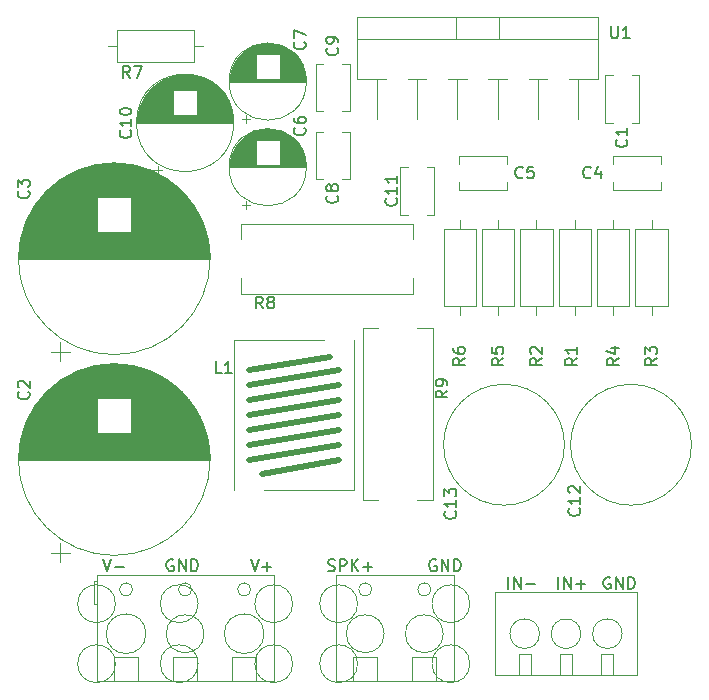
<source format=gbr>
%TF.GenerationSoftware,KiCad,Pcbnew,(5.1.6-0)*%
%TF.CreationDate,2023-04-23T15:30:13-07:00*%
%TF.ProjectId,LM3886-bal-no15v-th,4c4d3338-3836-42d6-9261-6c2d6e6f3135,rev?*%
%TF.SameCoordinates,Original*%
%TF.FileFunction,Legend,Top*%
%TF.FilePolarity,Positive*%
%FSLAX46Y46*%
G04 Gerber Fmt 4.6, Leading zero omitted, Abs format (unit mm)*
G04 Created by KiCad (PCBNEW (5.1.6-0)) date 2023-04-23 15:30:13*
%MOMM*%
%LPD*%
G01*
G04 APERTURE LIST*
%ADD10C,0.150000*%
%ADD11C,0.120000*%
%ADD12C,0.500000*%
G04 APERTURE END LIST*
D10*
X131488095Y-100000000D02*
X131392857Y-99952380D01*
X131250000Y-99952380D01*
X131107142Y-100000000D01*
X131011904Y-100095238D01*
X130964285Y-100190476D01*
X130916666Y-100380952D01*
X130916666Y-100523809D01*
X130964285Y-100714285D01*
X131011904Y-100809523D01*
X131107142Y-100904761D01*
X131250000Y-100952380D01*
X131345238Y-100952380D01*
X131488095Y-100904761D01*
X131535714Y-100857142D01*
X131535714Y-100523809D01*
X131345238Y-100523809D01*
X131964285Y-100952380D02*
X131964285Y-99952380D01*
X132535714Y-100952380D01*
X132535714Y-99952380D01*
X133011904Y-100952380D02*
X133011904Y-99952380D01*
X133250000Y-99952380D01*
X133392857Y-100000000D01*
X133488095Y-100095238D01*
X133535714Y-100190476D01*
X133583333Y-100380952D01*
X133583333Y-100523809D01*
X133535714Y-100714285D01*
X133488095Y-100809523D01*
X133392857Y-100904761D01*
X133250000Y-100952380D01*
X133011904Y-100952380D01*
X127107142Y-100952380D02*
X127107142Y-99952380D01*
X127583333Y-100952380D02*
X127583333Y-99952380D01*
X128154761Y-100952380D01*
X128154761Y-99952380D01*
X128630952Y-100571428D02*
X129392857Y-100571428D01*
X129011904Y-100952380D02*
X129011904Y-100190476D01*
X122857142Y-100952380D02*
X122857142Y-99952380D01*
X123333333Y-100952380D02*
X123333333Y-99952380D01*
X123904761Y-100952380D01*
X123904761Y-99952380D01*
X124380952Y-100571428D02*
X125142857Y-100571428D01*
X116738095Y-98500000D02*
X116642857Y-98452380D01*
X116500000Y-98452380D01*
X116357142Y-98500000D01*
X116261904Y-98595238D01*
X116214285Y-98690476D01*
X116166666Y-98880952D01*
X116166666Y-99023809D01*
X116214285Y-99214285D01*
X116261904Y-99309523D01*
X116357142Y-99404761D01*
X116500000Y-99452380D01*
X116595238Y-99452380D01*
X116738095Y-99404761D01*
X116785714Y-99357142D01*
X116785714Y-99023809D01*
X116595238Y-99023809D01*
X117214285Y-99452380D02*
X117214285Y-98452380D01*
X117785714Y-99452380D01*
X117785714Y-98452380D01*
X118261904Y-99452380D02*
X118261904Y-98452380D01*
X118500000Y-98452380D01*
X118642857Y-98500000D01*
X118738095Y-98595238D01*
X118785714Y-98690476D01*
X118833333Y-98880952D01*
X118833333Y-99023809D01*
X118785714Y-99214285D01*
X118738095Y-99309523D01*
X118642857Y-99404761D01*
X118500000Y-99452380D01*
X118261904Y-99452380D01*
X107595238Y-99404761D02*
X107738095Y-99452380D01*
X107976190Y-99452380D01*
X108071428Y-99404761D01*
X108119047Y-99357142D01*
X108166666Y-99261904D01*
X108166666Y-99166666D01*
X108119047Y-99071428D01*
X108071428Y-99023809D01*
X107976190Y-98976190D01*
X107785714Y-98928571D01*
X107690476Y-98880952D01*
X107642857Y-98833333D01*
X107595238Y-98738095D01*
X107595238Y-98642857D01*
X107642857Y-98547619D01*
X107690476Y-98500000D01*
X107785714Y-98452380D01*
X108023809Y-98452380D01*
X108166666Y-98500000D01*
X108595238Y-99452380D02*
X108595238Y-98452380D01*
X108976190Y-98452380D01*
X109071428Y-98500000D01*
X109119047Y-98547619D01*
X109166666Y-98642857D01*
X109166666Y-98785714D01*
X109119047Y-98880952D01*
X109071428Y-98928571D01*
X108976190Y-98976190D01*
X108595238Y-98976190D01*
X109595238Y-99452380D02*
X109595238Y-98452380D01*
X110166666Y-99452380D02*
X109738095Y-98880952D01*
X110166666Y-98452380D02*
X109595238Y-99023809D01*
X110595238Y-99071428D02*
X111357142Y-99071428D01*
X110976190Y-99452380D02*
X110976190Y-98690476D01*
X101047619Y-98452380D02*
X101380952Y-99452380D01*
X101714285Y-98452380D01*
X102047619Y-99071428D02*
X102809523Y-99071428D01*
X102428571Y-99452380D02*
X102428571Y-98690476D01*
X88547619Y-98452380D02*
X88880952Y-99452380D01*
X89214285Y-98452380D01*
X89547619Y-99071428D02*
X90309523Y-99071428D01*
X94488095Y-98500000D02*
X94392857Y-98452380D01*
X94250000Y-98452380D01*
X94107142Y-98500000D01*
X94011904Y-98595238D01*
X93964285Y-98690476D01*
X93916666Y-98880952D01*
X93916666Y-99023809D01*
X93964285Y-99214285D01*
X94011904Y-99309523D01*
X94107142Y-99404761D01*
X94250000Y-99452380D01*
X94345238Y-99452380D01*
X94488095Y-99404761D01*
X94535714Y-99357142D01*
X94535714Y-99023809D01*
X94345238Y-99023809D01*
X94964285Y-99452380D02*
X94964285Y-98452380D01*
X95535714Y-99452380D01*
X95535714Y-98452380D01*
X96011904Y-99452380D02*
X96011904Y-98452380D01*
X96250000Y-98452380D01*
X96392857Y-98500000D01*
X96488095Y-98595238D01*
X96535714Y-98690476D01*
X96583333Y-98880952D01*
X96583333Y-99023809D01*
X96535714Y-99214285D01*
X96488095Y-99309523D01*
X96392857Y-99404761D01*
X96250000Y-99452380D01*
X96011904Y-99452380D01*
D11*
%TO.C,R9*%
X116470000Y-78860000D02*
X115140000Y-78860000D01*
X116470000Y-93400000D02*
X116470000Y-78860000D01*
X115140000Y-93400000D02*
X116470000Y-93400000D01*
X110530000Y-78860000D02*
X111860000Y-78860000D01*
X110530000Y-93400000D02*
X110530000Y-78860000D01*
X111860000Y-93400000D02*
X110530000Y-93400000D01*
%TO.C,R8*%
X100260000Y-70030000D02*
X100260000Y-71360000D01*
X114800000Y-70030000D02*
X100260000Y-70030000D01*
X114800000Y-71360000D02*
X114800000Y-70030000D01*
X100260000Y-75970000D02*
X100260000Y-74640000D01*
X114800000Y-75970000D02*
X100260000Y-75970000D01*
X114800000Y-74640000D02*
X114800000Y-75970000D01*
%TO.C,C1*%
X131080000Y-61520000D02*
X131080000Y-57480000D01*
X133920000Y-61520000D02*
X133920000Y-57480000D01*
X131080000Y-61520000D02*
X131705000Y-61520000D01*
X133295000Y-61520000D02*
X133920000Y-61520000D01*
X131080000Y-57480000D02*
X131705000Y-57480000D01*
X133295000Y-57480000D02*
X133920000Y-57480000D01*
%TO.C,R7*%
X97040000Y-55000000D02*
X96270000Y-55000000D01*
X88960000Y-55000000D02*
X89730000Y-55000000D01*
X96270000Y-53630000D02*
X89730000Y-53630000D01*
X96270000Y-56370000D02*
X96270000Y-53630000D01*
X89730000Y-56370000D02*
X96270000Y-56370000D01*
X89730000Y-53630000D02*
X89730000Y-56370000D01*
%TO.C,R6*%
X118750000Y-69710000D02*
X118750000Y-70480000D01*
X118750000Y-77790000D02*
X118750000Y-77020000D01*
X117380000Y-70480000D02*
X117380000Y-77020000D01*
X120120000Y-70480000D02*
X117380000Y-70480000D01*
X120120000Y-77020000D02*
X120120000Y-70480000D01*
X117380000Y-77020000D02*
X120120000Y-77020000D01*
%TO.C,R5*%
X122000000Y-69710000D02*
X122000000Y-70480000D01*
X122000000Y-77790000D02*
X122000000Y-77020000D01*
X120630000Y-70480000D02*
X120630000Y-77020000D01*
X123370000Y-70480000D02*
X120630000Y-70480000D01*
X123370000Y-77020000D02*
X123370000Y-70480000D01*
X120630000Y-77020000D02*
X123370000Y-77020000D01*
%TO.C,R4*%
X131750000Y-69710000D02*
X131750000Y-70480000D01*
X131750000Y-77790000D02*
X131750000Y-77020000D01*
X130380000Y-70480000D02*
X130380000Y-77020000D01*
X133120000Y-70480000D02*
X130380000Y-70480000D01*
X133120000Y-77020000D02*
X133120000Y-70480000D01*
X130380000Y-77020000D02*
X133120000Y-77020000D01*
%TO.C,R3*%
X135000000Y-69710000D02*
X135000000Y-70480000D01*
X135000000Y-77790000D02*
X135000000Y-77020000D01*
X133630000Y-70480000D02*
X133630000Y-77020000D01*
X136370000Y-70480000D02*
X133630000Y-70480000D01*
X136370000Y-77020000D02*
X136370000Y-70480000D01*
X133630000Y-77020000D02*
X136370000Y-77020000D01*
%TO.C,R2*%
X125250000Y-77790000D02*
X125250000Y-77020000D01*
X125250000Y-69710000D02*
X125250000Y-70480000D01*
X126620000Y-77020000D02*
X126620000Y-70480000D01*
X123880000Y-77020000D02*
X126620000Y-77020000D01*
X123880000Y-70480000D02*
X123880000Y-77020000D01*
X126620000Y-70480000D02*
X123880000Y-70480000D01*
%TO.C,R1*%
X128500000Y-77790000D02*
X128500000Y-77020000D01*
X128500000Y-69710000D02*
X128500000Y-70480000D01*
X129870000Y-77020000D02*
X129870000Y-70480000D01*
X127130000Y-77020000D02*
X129870000Y-77020000D01*
X127130000Y-70480000D02*
X127130000Y-77020000D01*
X129870000Y-70480000D02*
X127130000Y-70480000D01*
%TO.C,C11*%
X116570000Y-65230000D02*
X116570000Y-69270000D01*
X113730000Y-65230000D02*
X113730000Y-69270000D01*
X116570000Y-65230000D02*
X115945000Y-65230000D01*
X114355000Y-65230000D02*
X113730000Y-65230000D01*
X116570000Y-69270000D02*
X115945000Y-69270000D01*
X114355000Y-69270000D02*
X113730000Y-69270000D01*
%TO.C,C9*%
X106580000Y-60520000D02*
X106580000Y-56480000D01*
X109420000Y-60520000D02*
X109420000Y-56480000D01*
X106580000Y-60520000D02*
X107205000Y-60520000D01*
X108795000Y-60520000D02*
X109420000Y-60520000D01*
X106580000Y-56480000D02*
X107205000Y-56480000D01*
X108795000Y-56480000D02*
X109420000Y-56480000D01*
%TO.C,C8*%
X106580000Y-66270000D02*
X106580000Y-62230000D01*
X109420000Y-66270000D02*
X109420000Y-62230000D01*
X106580000Y-66270000D02*
X107205000Y-66270000D01*
X108795000Y-66270000D02*
X109420000Y-66270000D01*
X106580000Y-62230000D02*
X107205000Y-62230000D01*
X108795000Y-62230000D02*
X109420000Y-62230000D01*
%TO.C,C5*%
X118730000Y-64330000D02*
X122770000Y-64330000D01*
X118730000Y-67170000D02*
X122770000Y-67170000D01*
X118730000Y-64330000D02*
X118730000Y-64955000D01*
X118730000Y-66545000D02*
X118730000Y-67170000D01*
X122770000Y-64330000D02*
X122770000Y-64955000D01*
X122770000Y-66545000D02*
X122770000Y-67170000D01*
%TO.C,C4*%
X131730000Y-64330000D02*
X135770000Y-64330000D01*
X131730000Y-67170000D02*
X135770000Y-67170000D01*
X131730000Y-64330000D02*
X131730000Y-64955000D01*
X131730000Y-66545000D02*
X131730000Y-67170000D01*
X135770000Y-64330000D02*
X135770000Y-64955000D01*
X135770000Y-66545000D02*
X135770000Y-67170000D01*
%TO.C,J8*%
X119600000Y-107290000D02*
G75*
G03*
X119600000Y-107290000I-1600000J0D01*
G01*
X119600000Y-102210000D02*
G75*
G03*
X119600000Y-102210000I-1600000J0D01*
G01*
%TO.C,J7*%
X110100000Y-107290000D02*
G75*
G03*
X110100000Y-107290000I-1600000J0D01*
G01*
X110100000Y-102210000D02*
G75*
G03*
X110100000Y-102210000I-1600000J0D01*
G01*
%TO.C,J6*%
X104600000Y-107290000D02*
G75*
G03*
X104600000Y-107290000I-1600000J0D01*
G01*
X104600000Y-102210000D02*
G75*
G03*
X104600000Y-102210000I-1600000J0D01*
G01*
%TO.C,J5*%
X96600000Y-107290000D02*
G75*
G03*
X96600000Y-107290000I-1600000J0D01*
G01*
X96600000Y-102210000D02*
G75*
G03*
X96600000Y-102210000I-1600000J0D01*
G01*
%TO.C,J4*%
X89600000Y-107290000D02*
G75*
G03*
X89600000Y-107290000I-1600000J0D01*
G01*
X89600000Y-102210000D02*
G75*
G03*
X89600000Y-102210000I-1600000J0D01*
G01*
%TO.C,L1*%
X107290000Y-79900000D02*
X99670000Y-79900000D01*
X99670000Y-79900000D02*
X99670000Y-92600000D01*
X102210000Y-92600000D02*
X109830000Y-92600000D01*
X109830000Y-92600000D02*
X109830000Y-79900000D01*
D12*
X108560000Y-82440000D02*
X100940000Y-83710000D01*
X108560000Y-83710000D02*
X100940000Y-84980000D01*
X108560000Y-84980000D02*
X100940000Y-86250000D01*
X108560000Y-86250000D02*
X100940000Y-87520000D01*
X108560000Y-87520000D02*
X100940000Y-88790000D01*
X108560000Y-88790000D02*
X100940000Y-90060000D01*
X107750000Y-81300000D02*
X100940000Y-82440000D01*
X108560000Y-90060000D02*
X102000000Y-91250000D01*
D11*
%TO.C,J3*%
X88000000Y-99750000D02*
X103000000Y-99750000D01*
X103000000Y-99750000D02*
X103000000Y-108750000D01*
X88000000Y-99750000D02*
X88000000Y-108750000D01*
X88000000Y-108750000D02*
X103000000Y-108750000D01*
X102177051Y-104750000D02*
G75*
G03*
X102177051Y-104750000I-1677051J0D01*
G01*
X97100781Y-104750000D02*
G75*
G03*
X97100781Y-104750000I-1600781J0D01*
G01*
X92177051Y-104750000D02*
G75*
G03*
X92177051Y-104750000I-1677051J0D01*
G01*
X91059017Y-101000000D02*
G75*
G03*
X91059017Y-101000000I-559017J0D01*
G01*
X96059017Y-101000000D02*
G75*
G03*
X96059017Y-101000000I-559017J0D01*
G01*
X101059017Y-101000000D02*
G75*
G03*
X101059017Y-101000000I-559017J0D01*
G01*
X99500000Y-106750000D02*
X101500000Y-106750000D01*
X101500000Y-106750000D02*
X101500000Y-108750000D01*
X99500000Y-106750000D02*
X99500000Y-108750000D01*
X94500000Y-106750000D02*
X96500000Y-106750000D01*
X89500000Y-106750000D02*
X91500000Y-106750000D01*
X94500000Y-106750000D02*
X94500000Y-108750000D01*
X96500000Y-106750000D02*
X96500000Y-108750000D01*
X91500000Y-106750000D02*
X91500000Y-108750000D01*
X89500000Y-106750000D02*
X89500000Y-108750000D01*
X88000000Y-100250000D02*
X87750000Y-100250000D01*
X87750000Y-100250000D02*
X87750000Y-102250000D01*
X87750000Y-102250000D02*
X88000000Y-102250000D01*
%TO.C,J2*%
X116750000Y-106750000D02*
X116750000Y-108750000D01*
X114750000Y-106750000D02*
X116750000Y-106750000D01*
X114750000Y-106750000D02*
X114750000Y-108750000D01*
X111750000Y-106750000D02*
X111750000Y-108750000D01*
X109750000Y-106750000D02*
X111750000Y-106750000D01*
X109750000Y-108750000D02*
X109750000Y-106750000D01*
X116309017Y-101000000D02*
G75*
G03*
X116309017Y-101000000I-559017J0D01*
G01*
X111309017Y-101000000D02*
G75*
G03*
X111309017Y-101000000I-559017J0D01*
G01*
X112350781Y-104750000D02*
G75*
G03*
X112350781Y-104750000I-1600781J0D01*
G01*
X117350781Y-104750000D02*
G75*
G03*
X117350781Y-104750000I-1600781J0D01*
G01*
X108250000Y-108750000D02*
X108250000Y-99750000D01*
X118250000Y-108750000D02*
X108250000Y-108750000D01*
X118250000Y-99750000D02*
X118250000Y-108750000D01*
X108250000Y-99750000D02*
X118250000Y-99750000D01*
%TO.C,J1*%
X133750000Y-101250000D02*
X133750000Y-108250000D01*
X121750000Y-101250000D02*
X121750000Y-108250000D01*
X133750000Y-108250000D02*
X121750000Y-108250000D01*
X133750000Y-101250000D02*
X121750000Y-101250000D01*
X132500000Y-104750000D02*
G75*
G03*
X132500000Y-104750000I-1250000J0D01*
G01*
X129000000Y-104750000D02*
G75*
G03*
X129000000Y-104750000I-1250000J0D01*
G01*
X125500000Y-104750000D02*
G75*
G03*
X125500000Y-104750000I-1250000J0D01*
G01*
X123750000Y-106500000D02*
X124750000Y-106500000D01*
X124750000Y-106500000D02*
X124750000Y-108250000D01*
X123750000Y-106500000D02*
X123750000Y-108250000D01*
X127250000Y-108250000D02*
X127250000Y-106500000D01*
X127250000Y-106500000D02*
X128250000Y-106500000D01*
X128250000Y-106500000D02*
X128250000Y-108250000D01*
X130750000Y-108250000D02*
X130750000Y-106500000D01*
X130750000Y-106500000D02*
X131750000Y-106500000D01*
X131750000Y-106500000D02*
X131750000Y-108250000D01*
%TO.C,C13*%
X127620000Y-88750000D02*
G75*
G03*
X127620000Y-88750000I-5120000J0D01*
G01*
%TO.C,C12*%
X138370000Y-88750000D02*
G75*
G03*
X138370000Y-88750000I-5120000J0D01*
G01*
%TO.C,C10*%
X99620000Y-61500000D02*
G75*
G03*
X99620000Y-61500000I-4120000J0D01*
G01*
X91420000Y-61500000D02*
X99580000Y-61500000D01*
X91420000Y-61460000D02*
X99580000Y-61460000D01*
X91420000Y-61420000D02*
X99580000Y-61420000D01*
X91421000Y-61380000D02*
X99579000Y-61380000D01*
X91423000Y-61340000D02*
X99577000Y-61340000D01*
X91424000Y-61300000D02*
X99576000Y-61300000D01*
X91426000Y-61260000D02*
X99574000Y-61260000D01*
X91429000Y-61220000D02*
X99571000Y-61220000D01*
X91432000Y-61180000D02*
X99568000Y-61180000D01*
X91435000Y-61140000D02*
X99565000Y-61140000D01*
X91439000Y-61100000D02*
X99561000Y-61100000D01*
X91443000Y-61060000D02*
X99557000Y-61060000D01*
X91448000Y-61020000D02*
X99552000Y-61020000D01*
X91452000Y-60980000D02*
X99548000Y-60980000D01*
X91458000Y-60940000D02*
X99542000Y-60940000D01*
X91463000Y-60900000D02*
X99537000Y-60900000D01*
X91470000Y-60860000D02*
X99530000Y-60860000D01*
X91476000Y-60820000D02*
X99524000Y-60820000D01*
X91483000Y-60779000D02*
X94460000Y-60779000D01*
X96540000Y-60779000D02*
X99517000Y-60779000D01*
X91490000Y-60739000D02*
X94460000Y-60739000D01*
X96540000Y-60739000D02*
X99510000Y-60739000D01*
X91498000Y-60699000D02*
X94460000Y-60699000D01*
X96540000Y-60699000D02*
X99502000Y-60699000D01*
X91506000Y-60659000D02*
X94460000Y-60659000D01*
X96540000Y-60659000D02*
X99494000Y-60659000D01*
X91515000Y-60619000D02*
X94460000Y-60619000D01*
X96540000Y-60619000D02*
X99485000Y-60619000D01*
X91524000Y-60579000D02*
X94460000Y-60579000D01*
X96540000Y-60579000D02*
X99476000Y-60579000D01*
X91533000Y-60539000D02*
X94460000Y-60539000D01*
X96540000Y-60539000D02*
X99467000Y-60539000D01*
X91543000Y-60499000D02*
X94460000Y-60499000D01*
X96540000Y-60499000D02*
X99457000Y-60499000D01*
X91553000Y-60459000D02*
X94460000Y-60459000D01*
X96540000Y-60459000D02*
X99447000Y-60459000D01*
X91564000Y-60419000D02*
X94460000Y-60419000D01*
X96540000Y-60419000D02*
X99436000Y-60419000D01*
X91575000Y-60379000D02*
X94460000Y-60379000D01*
X96540000Y-60379000D02*
X99425000Y-60379000D01*
X91586000Y-60339000D02*
X94460000Y-60339000D01*
X96540000Y-60339000D02*
X99414000Y-60339000D01*
X91598000Y-60299000D02*
X94460000Y-60299000D01*
X96540000Y-60299000D02*
X99402000Y-60299000D01*
X91611000Y-60259000D02*
X94460000Y-60259000D01*
X96540000Y-60259000D02*
X99389000Y-60259000D01*
X91623000Y-60219000D02*
X94460000Y-60219000D01*
X96540000Y-60219000D02*
X99377000Y-60219000D01*
X91637000Y-60179000D02*
X94460000Y-60179000D01*
X96540000Y-60179000D02*
X99363000Y-60179000D01*
X91650000Y-60139000D02*
X94460000Y-60139000D01*
X96540000Y-60139000D02*
X99350000Y-60139000D01*
X91665000Y-60099000D02*
X94460000Y-60099000D01*
X96540000Y-60099000D02*
X99335000Y-60099000D01*
X91679000Y-60059000D02*
X94460000Y-60059000D01*
X96540000Y-60059000D02*
X99321000Y-60059000D01*
X91695000Y-60019000D02*
X94460000Y-60019000D01*
X96540000Y-60019000D02*
X99305000Y-60019000D01*
X91710000Y-59979000D02*
X94460000Y-59979000D01*
X96540000Y-59979000D02*
X99290000Y-59979000D01*
X91726000Y-59939000D02*
X94460000Y-59939000D01*
X96540000Y-59939000D02*
X99274000Y-59939000D01*
X91743000Y-59899000D02*
X94460000Y-59899000D01*
X96540000Y-59899000D02*
X99257000Y-59899000D01*
X91760000Y-59859000D02*
X94460000Y-59859000D01*
X96540000Y-59859000D02*
X99240000Y-59859000D01*
X91778000Y-59819000D02*
X94460000Y-59819000D01*
X96540000Y-59819000D02*
X99222000Y-59819000D01*
X91796000Y-59779000D02*
X94460000Y-59779000D01*
X96540000Y-59779000D02*
X99204000Y-59779000D01*
X91814000Y-59739000D02*
X94460000Y-59739000D01*
X96540000Y-59739000D02*
X99186000Y-59739000D01*
X91834000Y-59699000D02*
X94460000Y-59699000D01*
X96540000Y-59699000D02*
X99166000Y-59699000D01*
X91853000Y-59659000D02*
X94460000Y-59659000D01*
X96540000Y-59659000D02*
X99147000Y-59659000D01*
X91873000Y-59619000D02*
X94460000Y-59619000D01*
X96540000Y-59619000D02*
X99127000Y-59619000D01*
X91894000Y-59579000D02*
X94460000Y-59579000D01*
X96540000Y-59579000D02*
X99106000Y-59579000D01*
X91916000Y-59539000D02*
X94460000Y-59539000D01*
X96540000Y-59539000D02*
X99084000Y-59539000D01*
X91938000Y-59499000D02*
X94460000Y-59499000D01*
X96540000Y-59499000D02*
X99062000Y-59499000D01*
X91960000Y-59459000D02*
X94460000Y-59459000D01*
X96540000Y-59459000D02*
X99040000Y-59459000D01*
X91983000Y-59419000D02*
X94460000Y-59419000D01*
X96540000Y-59419000D02*
X99017000Y-59419000D01*
X92007000Y-59379000D02*
X94460000Y-59379000D01*
X96540000Y-59379000D02*
X98993000Y-59379000D01*
X92031000Y-59339000D02*
X94460000Y-59339000D01*
X96540000Y-59339000D02*
X98969000Y-59339000D01*
X92056000Y-59299000D02*
X94460000Y-59299000D01*
X96540000Y-59299000D02*
X98944000Y-59299000D01*
X92082000Y-59259000D02*
X94460000Y-59259000D01*
X96540000Y-59259000D02*
X98918000Y-59259000D01*
X92108000Y-59219000D02*
X94460000Y-59219000D01*
X96540000Y-59219000D02*
X98892000Y-59219000D01*
X92135000Y-59179000D02*
X94460000Y-59179000D01*
X96540000Y-59179000D02*
X98865000Y-59179000D01*
X92162000Y-59139000D02*
X94460000Y-59139000D01*
X96540000Y-59139000D02*
X98838000Y-59139000D01*
X92191000Y-59099000D02*
X94460000Y-59099000D01*
X96540000Y-59099000D02*
X98809000Y-59099000D01*
X92220000Y-59059000D02*
X94460000Y-59059000D01*
X96540000Y-59059000D02*
X98780000Y-59059000D01*
X92250000Y-59019000D02*
X94460000Y-59019000D01*
X96540000Y-59019000D02*
X98750000Y-59019000D01*
X92280000Y-58979000D02*
X94460000Y-58979000D01*
X96540000Y-58979000D02*
X98720000Y-58979000D01*
X92311000Y-58939000D02*
X94460000Y-58939000D01*
X96540000Y-58939000D02*
X98689000Y-58939000D01*
X92344000Y-58899000D02*
X94460000Y-58899000D01*
X96540000Y-58899000D02*
X98656000Y-58899000D01*
X92376000Y-58859000D02*
X94460000Y-58859000D01*
X96540000Y-58859000D02*
X98624000Y-58859000D01*
X92410000Y-58819000D02*
X94460000Y-58819000D01*
X96540000Y-58819000D02*
X98590000Y-58819000D01*
X92445000Y-58779000D02*
X94460000Y-58779000D01*
X96540000Y-58779000D02*
X98555000Y-58779000D01*
X92481000Y-58739000D02*
X94460000Y-58739000D01*
X96540000Y-58739000D02*
X98519000Y-58739000D01*
X92517000Y-58699000D02*
X98483000Y-58699000D01*
X92555000Y-58659000D02*
X98445000Y-58659000D01*
X92593000Y-58619000D02*
X98407000Y-58619000D01*
X92633000Y-58579000D02*
X98367000Y-58579000D01*
X92674000Y-58539000D02*
X98326000Y-58539000D01*
X92716000Y-58499000D02*
X98284000Y-58499000D01*
X92759000Y-58459000D02*
X98241000Y-58459000D01*
X92803000Y-58419000D02*
X98197000Y-58419000D01*
X92849000Y-58379000D02*
X98151000Y-58379000D01*
X92896000Y-58339000D02*
X98104000Y-58339000D01*
X92944000Y-58299000D02*
X98056000Y-58299000D01*
X92995000Y-58259000D02*
X98005000Y-58259000D01*
X93046000Y-58219000D02*
X97954000Y-58219000D01*
X93100000Y-58179000D02*
X97900000Y-58179000D01*
X93155000Y-58139000D02*
X97845000Y-58139000D01*
X93213000Y-58099000D02*
X97787000Y-58099000D01*
X93272000Y-58059000D02*
X97728000Y-58059000D01*
X93334000Y-58019000D02*
X97666000Y-58019000D01*
X93398000Y-57979000D02*
X97602000Y-57979000D01*
X93466000Y-57939000D02*
X97534000Y-57939000D01*
X93536000Y-57899000D02*
X97464000Y-57899000D01*
X93610000Y-57859000D02*
X97390000Y-57859000D01*
X93687000Y-57819000D02*
X97313000Y-57819000D01*
X93769000Y-57779000D02*
X97231000Y-57779000D01*
X93855000Y-57739000D02*
X97145000Y-57739000D01*
X93948000Y-57699000D02*
X97052000Y-57699000D01*
X94047000Y-57659000D02*
X96953000Y-57659000D01*
X94154000Y-57619000D02*
X96846000Y-57619000D01*
X94271000Y-57579000D02*
X96729000Y-57579000D01*
X94402000Y-57539000D02*
X96598000Y-57539000D01*
X94552000Y-57499000D02*
X96448000Y-57499000D01*
X94732000Y-57459000D02*
X96268000Y-57459000D01*
X94967000Y-57419000D02*
X96033000Y-57419000D01*
X93185000Y-65909698D02*
X93185000Y-65109698D01*
X92785000Y-65509698D02*
X93585000Y-65509698D01*
%TO.C,C7*%
X105770000Y-58000000D02*
G75*
G03*
X105770000Y-58000000I-3270000J0D01*
G01*
X99270000Y-58000000D02*
X105730000Y-58000000D01*
X99270000Y-57960000D02*
X105730000Y-57960000D01*
X99270000Y-57920000D02*
X105730000Y-57920000D01*
X99272000Y-57880000D02*
X105728000Y-57880000D01*
X99273000Y-57840000D02*
X105727000Y-57840000D01*
X99276000Y-57800000D02*
X105724000Y-57800000D01*
X99278000Y-57760000D02*
X101460000Y-57760000D01*
X103540000Y-57760000D02*
X105722000Y-57760000D01*
X99282000Y-57720000D02*
X101460000Y-57720000D01*
X103540000Y-57720000D02*
X105718000Y-57720000D01*
X99285000Y-57680000D02*
X101460000Y-57680000D01*
X103540000Y-57680000D02*
X105715000Y-57680000D01*
X99289000Y-57640000D02*
X101460000Y-57640000D01*
X103540000Y-57640000D02*
X105711000Y-57640000D01*
X99294000Y-57600000D02*
X101460000Y-57600000D01*
X103540000Y-57600000D02*
X105706000Y-57600000D01*
X99299000Y-57560000D02*
X101460000Y-57560000D01*
X103540000Y-57560000D02*
X105701000Y-57560000D01*
X99305000Y-57520000D02*
X101460000Y-57520000D01*
X103540000Y-57520000D02*
X105695000Y-57520000D01*
X99311000Y-57480000D02*
X101460000Y-57480000D01*
X103540000Y-57480000D02*
X105689000Y-57480000D01*
X99318000Y-57440000D02*
X101460000Y-57440000D01*
X103540000Y-57440000D02*
X105682000Y-57440000D01*
X99325000Y-57400000D02*
X101460000Y-57400000D01*
X103540000Y-57400000D02*
X105675000Y-57400000D01*
X99333000Y-57360000D02*
X101460000Y-57360000D01*
X103540000Y-57360000D02*
X105667000Y-57360000D01*
X99341000Y-57320000D02*
X101460000Y-57320000D01*
X103540000Y-57320000D02*
X105659000Y-57320000D01*
X99350000Y-57279000D02*
X101460000Y-57279000D01*
X103540000Y-57279000D02*
X105650000Y-57279000D01*
X99359000Y-57239000D02*
X101460000Y-57239000D01*
X103540000Y-57239000D02*
X105641000Y-57239000D01*
X99369000Y-57199000D02*
X101460000Y-57199000D01*
X103540000Y-57199000D02*
X105631000Y-57199000D01*
X99379000Y-57159000D02*
X101460000Y-57159000D01*
X103540000Y-57159000D02*
X105621000Y-57159000D01*
X99390000Y-57119000D02*
X101460000Y-57119000D01*
X103540000Y-57119000D02*
X105610000Y-57119000D01*
X99402000Y-57079000D02*
X101460000Y-57079000D01*
X103540000Y-57079000D02*
X105598000Y-57079000D01*
X99414000Y-57039000D02*
X101460000Y-57039000D01*
X103540000Y-57039000D02*
X105586000Y-57039000D01*
X99426000Y-56999000D02*
X101460000Y-56999000D01*
X103540000Y-56999000D02*
X105574000Y-56999000D01*
X99439000Y-56959000D02*
X101460000Y-56959000D01*
X103540000Y-56959000D02*
X105561000Y-56959000D01*
X99453000Y-56919000D02*
X101460000Y-56919000D01*
X103540000Y-56919000D02*
X105547000Y-56919000D01*
X99467000Y-56879000D02*
X101460000Y-56879000D01*
X103540000Y-56879000D02*
X105533000Y-56879000D01*
X99482000Y-56839000D02*
X101460000Y-56839000D01*
X103540000Y-56839000D02*
X105518000Y-56839000D01*
X99498000Y-56799000D02*
X101460000Y-56799000D01*
X103540000Y-56799000D02*
X105502000Y-56799000D01*
X99514000Y-56759000D02*
X101460000Y-56759000D01*
X103540000Y-56759000D02*
X105486000Y-56759000D01*
X99530000Y-56719000D02*
X101460000Y-56719000D01*
X103540000Y-56719000D02*
X105470000Y-56719000D01*
X99548000Y-56679000D02*
X101460000Y-56679000D01*
X103540000Y-56679000D02*
X105452000Y-56679000D01*
X99566000Y-56639000D02*
X101460000Y-56639000D01*
X103540000Y-56639000D02*
X105434000Y-56639000D01*
X99584000Y-56599000D02*
X101460000Y-56599000D01*
X103540000Y-56599000D02*
X105416000Y-56599000D01*
X99604000Y-56559000D02*
X101460000Y-56559000D01*
X103540000Y-56559000D02*
X105396000Y-56559000D01*
X99624000Y-56519000D02*
X101460000Y-56519000D01*
X103540000Y-56519000D02*
X105376000Y-56519000D01*
X99644000Y-56479000D02*
X101460000Y-56479000D01*
X103540000Y-56479000D02*
X105356000Y-56479000D01*
X99666000Y-56439000D02*
X101460000Y-56439000D01*
X103540000Y-56439000D02*
X105334000Y-56439000D01*
X99688000Y-56399000D02*
X101460000Y-56399000D01*
X103540000Y-56399000D02*
X105312000Y-56399000D01*
X99710000Y-56359000D02*
X101460000Y-56359000D01*
X103540000Y-56359000D02*
X105290000Y-56359000D01*
X99734000Y-56319000D02*
X101460000Y-56319000D01*
X103540000Y-56319000D02*
X105266000Y-56319000D01*
X99758000Y-56279000D02*
X101460000Y-56279000D01*
X103540000Y-56279000D02*
X105242000Y-56279000D01*
X99784000Y-56239000D02*
X101460000Y-56239000D01*
X103540000Y-56239000D02*
X105216000Y-56239000D01*
X99810000Y-56199000D02*
X101460000Y-56199000D01*
X103540000Y-56199000D02*
X105190000Y-56199000D01*
X99836000Y-56159000D02*
X101460000Y-56159000D01*
X103540000Y-56159000D02*
X105164000Y-56159000D01*
X99864000Y-56119000D02*
X101460000Y-56119000D01*
X103540000Y-56119000D02*
X105136000Y-56119000D01*
X99893000Y-56079000D02*
X101460000Y-56079000D01*
X103540000Y-56079000D02*
X105107000Y-56079000D01*
X99922000Y-56039000D02*
X101460000Y-56039000D01*
X103540000Y-56039000D02*
X105078000Y-56039000D01*
X99952000Y-55999000D02*
X101460000Y-55999000D01*
X103540000Y-55999000D02*
X105048000Y-55999000D01*
X99984000Y-55959000D02*
X101460000Y-55959000D01*
X103540000Y-55959000D02*
X105016000Y-55959000D01*
X100016000Y-55919000D02*
X101460000Y-55919000D01*
X103540000Y-55919000D02*
X104984000Y-55919000D01*
X100050000Y-55879000D02*
X101460000Y-55879000D01*
X103540000Y-55879000D02*
X104950000Y-55879000D01*
X100084000Y-55839000D02*
X101460000Y-55839000D01*
X103540000Y-55839000D02*
X104916000Y-55839000D01*
X100120000Y-55799000D02*
X101460000Y-55799000D01*
X103540000Y-55799000D02*
X104880000Y-55799000D01*
X100157000Y-55759000D02*
X101460000Y-55759000D01*
X103540000Y-55759000D02*
X104843000Y-55759000D01*
X100195000Y-55719000D02*
X101460000Y-55719000D01*
X103540000Y-55719000D02*
X104805000Y-55719000D01*
X100235000Y-55679000D02*
X104765000Y-55679000D01*
X100276000Y-55639000D02*
X104724000Y-55639000D01*
X100318000Y-55599000D02*
X104682000Y-55599000D01*
X100363000Y-55559000D02*
X104637000Y-55559000D01*
X100408000Y-55519000D02*
X104592000Y-55519000D01*
X100456000Y-55479000D02*
X104544000Y-55479000D01*
X100505000Y-55439000D02*
X104495000Y-55439000D01*
X100556000Y-55399000D02*
X104444000Y-55399000D01*
X100610000Y-55359000D02*
X104390000Y-55359000D01*
X100666000Y-55319000D02*
X104334000Y-55319000D01*
X100724000Y-55279000D02*
X104276000Y-55279000D01*
X100786000Y-55239000D02*
X104214000Y-55239000D01*
X100850000Y-55199000D02*
X104150000Y-55199000D01*
X100919000Y-55159000D02*
X104081000Y-55159000D01*
X100991000Y-55119000D02*
X104009000Y-55119000D01*
X101068000Y-55079000D02*
X103932000Y-55079000D01*
X101150000Y-55039000D02*
X103850000Y-55039000D01*
X101238000Y-54999000D02*
X103762000Y-54999000D01*
X101335000Y-54959000D02*
X103665000Y-54959000D01*
X101441000Y-54919000D02*
X103559000Y-54919000D01*
X101560000Y-54879000D02*
X103440000Y-54879000D01*
X101698000Y-54839000D02*
X103302000Y-54839000D01*
X101867000Y-54799000D02*
X103133000Y-54799000D01*
X102098000Y-54759000D02*
X102902000Y-54759000D01*
X100661000Y-61500241D02*
X100661000Y-60870241D01*
X100346000Y-61185241D02*
X100976000Y-61185241D01*
%TO.C,C6*%
X105770000Y-65250000D02*
G75*
G03*
X105770000Y-65250000I-3270000J0D01*
G01*
X99270000Y-65250000D02*
X105730000Y-65250000D01*
X99270000Y-65210000D02*
X105730000Y-65210000D01*
X99270000Y-65170000D02*
X105730000Y-65170000D01*
X99272000Y-65130000D02*
X105728000Y-65130000D01*
X99273000Y-65090000D02*
X105727000Y-65090000D01*
X99276000Y-65050000D02*
X105724000Y-65050000D01*
X99278000Y-65010000D02*
X101460000Y-65010000D01*
X103540000Y-65010000D02*
X105722000Y-65010000D01*
X99282000Y-64970000D02*
X101460000Y-64970000D01*
X103540000Y-64970000D02*
X105718000Y-64970000D01*
X99285000Y-64930000D02*
X101460000Y-64930000D01*
X103540000Y-64930000D02*
X105715000Y-64930000D01*
X99289000Y-64890000D02*
X101460000Y-64890000D01*
X103540000Y-64890000D02*
X105711000Y-64890000D01*
X99294000Y-64850000D02*
X101460000Y-64850000D01*
X103540000Y-64850000D02*
X105706000Y-64850000D01*
X99299000Y-64810000D02*
X101460000Y-64810000D01*
X103540000Y-64810000D02*
X105701000Y-64810000D01*
X99305000Y-64770000D02*
X101460000Y-64770000D01*
X103540000Y-64770000D02*
X105695000Y-64770000D01*
X99311000Y-64730000D02*
X101460000Y-64730000D01*
X103540000Y-64730000D02*
X105689000Y-64730000D01*
X99318000Y-64690000D02*
X101460000Y-64690000D01*
X103540000Y-64690000D02*
X105682000Y-64690000D01*
X99325000Y-64650000D02*
X101460000Y-64650000D01*
X103540000Y-64650000D02*
X105675000Y-64650000D01*
X99333000Y-64610000D02*
X101460000Y-64610000D01*
X103540000Y-64610000D02*
X105667000Y-64610000D01*
X99341000Y-64570000D02*
X101460000Y-64570000D01*
X103540000Y-64570000D02*
X105659000Y-64570000D01*
X99350000Y-64529000D02*
X101460000Y-64529000D01*
X103540000Y-64529000D02*
X105650000Y-64529000D01*
X99359000Y-64489000D02*
X101460000Y-64489000D01*
X103540000Y-64489000D02*
X105641000Y-64489000D01*
X99369000Y-64449000D02*
X101460000Y-64449000D01*
X103540000Y-64449000D02*
X105631000Y-64449000D01*
X99379000Y-64409000D02*
X101460000Y-64409000D01*
X103540000Y-64409000D02*
X105621000Y-64409000D01*
X99390000Y-64369000D02*
X101460000Y-64369000D01*
X103540000Y-64369000D02*
X105610000Y-64369000D01*
X99402000Y-64329000D02*
X101460000Y-64329000D01*
X103540000Y-64329000D02*
X105598000Y-64329000D01*
X99414000Y-64289000D02*
X101460000Y-64289000D01*
X103540000Y-64289000D02*
X105586000Y-64289000D01*
X99426000Y-64249000D02*
X101460000Y-64249000D01*
X103540000Y-64249000D02*
X105574000Y-64249000D01*
X99439000Y-64209000D02*
X101460000Y-64209000D01*
X103540000Y-64209000D02*
X105561000Y-64209000D01*
X99453000Y-64169000D02*
X101460000Y-64169000D01*
X103540000Y-64169000D02*
X105547000Y-64169000D01*
X99467000Y-64129000D02*
X101460000Y-64129000D01*
X103540000Y-64129000D02*
X105533000Y-64129000D01*
X99482000Y-64089000D02*
X101460000Y-64089000D01*
X103540000Y-64089000D02*
X105518000Y-64089000D01*
X99498000Y-64049000D02*
X101460000Y-64049000D01*
X103540000Y-64049000D02*
X105502000Y-64049000D01*
X99514000Y-64009000D02*
X101460000Y-64009000D01*
X103540000Y-64009000D02*
X105486000Y-64009000D01*
X99530000Y-63969000D02*
X101460000Y-63969000D01*
X103540000Y-63969000D02*
X105470000Y-63969000D01*
X99548000Y-63929000D02*
X101460000Y-63929000D01*
X103540000Y-63929000D02*
X105452000Y-63929000D01*
X99566000Y-63889000D02*
X101460000Y-63889000D01*
X103540000Y-63889000D02*
X105434000Y-63889000D01*
X99584000Y-63849000D02*
X101460000Y-63849000D01*
X103540000Y-63849000D02*
X105416000Y-63849000D01*
X99604000Y-63809000D02*
X101460000Y-63809000D01*
X103540000Y-63809000D02*
X105396000Y-63809000D01*
X99624000Y-63769000D02*
X101460000Y-63769000D01*
X103540000Y-63769000D02*
X105376000Y-63769000D01*
X99644000Y-63729000D02*
X101460000Y-63729000D01*
X103540000Y-63729000D02*
X105356000Y-63729000D01*
X99666000Y-63689000D02*
X101460000Y-63689000D01*
X103540000Y-63689000D02*
X105334000Y-63689000D01*
X99688000Y-63649000D02*
X101460000Y-63649000D01*
X103540000Y-63649000D02*
X105312000Y-63649000D01*
X99710000Y-63609000D02*
X101460000Y-63609000D01*
X103540000Y-63609000D02*
X105290000Y-63609000D01*
X99734000Y-63569000D02*
X101460000Y-63569000D01*
X103540000Y-63569000D02*
X105266000Y-63569000D01*
X99758000Y-63529000D02*
X101460000Y-63529000D01*
X103540000Y-63529000D02*
X105242000Y-63529000D01*
X99784000Y-63489000D02*
X101460000Y-63489000D01*
X103540000Y-63489000D02*
X105216000Y-63489000D01*
X99810000Y-63449000D02*
X101460000Y-63449000D01*
X103540000Y-63449000D02*
X105190000Y-63449000D01*
X99836000Y-63409000D02*
X101460000Y-63409000D01*
X103540000Y-63409000D02*
X105164000Y-63409000D01*
X99864000Y-63369000D02*
X101460000Y-63369000D01*
X103540000Y-63369000D02*
X105136000Y-63369000D01*
X99893000Y-63329000D02*
X101460000Y-63329000D01*
X103540000Y-63329000D02*
X105107000Y-63329000D01*
X99922000Y-63289000D02*
X101460000Y-63289000D01*
X103540000Y-63289000D02*
X105078000Y-63289000D01*
X99952000Y-63249000D02*
X101460000Y-63249000D01*
X103540000Y-63249000D02*
X105048000Y-63249000D01*
X99984000Y-63209000D02*
X101460000Y-63209000D01*
X103540000Y-63209000D02*
X105016000Y-63209000D01*
X100016000Y-63169000D02*
X101460000Y-63169000D01*
X103540000Y-63169000D02*
X104984000Y-63169000D01*
X100050000Y-63129000D02*
X101460000Y-63129000D01*
X103540000Y-63129000D02*
X104950000Y-63129000D01*
X100084000Y-63089000D02*
X101460000Y-63089000D01*
X103540000Y-63089000D02*
X104916000Y-63089000D01*
X100120000Y-63049000D02*
X101460000Y-63049000D01*
X103540000Y-63049000D02*
X104880000Y-63049000D01*
X100157000Y-63009000D02*
X101460000Y-63009000D01*
X103540000Y-63009000D02*
X104843000Y-63009000D01*
X100195000Y-62969000D02*
X101460000Y-62969000D01*
X103540000Y-62969000D02*
X104805000Y-62969000D01*
X100235000Y-62929000D02*
X104765000Y-62929000D01*
X100276000Y-62889000D02*
X104724000Y-62889000D01*
X100318000Y-62849000D02*
X104682000Y-62849000D01*
X100363000Y-62809000D02*
X104637000Y-62809000D01*
X100408000Y-62769000D02*
X104592000Y-62769000D01*
X100456000Y-62729000D02*
X104544000Y-62729000D01*
X100505000Y-62689000D02*
X104495000Y-62689000D01*
X100556000Y-62649000D02*
X104444000Y-62649000D01*
X100610000Y-62609000D02*
X104390000Y-62609000D01*
X100666000Y-62569000D02*
X104334000Y-62569000D01*
X100724000Y-62529000D02*
X104276000Y-62529000D01*
X100786000Y-62489000D02*
X104214000Y-62489000D01*
X100850000Y-62449000D02*
X104150000Y-62449000D01*
X100919000Y-62409000D02*
X104081000Y-62409000D01*
X100991000Y-62369000D02*
X104009000Y-62369000D01*
X101068000Y-62329000D02*
X103932000Y-62329000D01*
X101150000Y-62289000D02*
X103850000Y-62289000D01*
X101238000Y-62249000D02*
X103762000Y-62249000D01*
X101335000Y-62209000D02*
X103665000Y-62209000D01*
X101441000Y-62169000D02*
X103559000Y-62169000D01*
X101560000Y-62129000D02*
X103440000Y-62129000D01*
X101698000Y-62089000D02*
X103302000Y-62089000D01*
X101867000Y-62049000D02*
X103133000Y-62049000D01*
X102098000Y-62009000D02*
X102902000Y-62009000D01*
X100661000Y-68750241D02*
X100661000Y-68120241D01*
X100346000Y-68435241D02*
X100976000Y-68435241D01*
%TO.C,C3*%
X97620000Y-73000000D02*
G75*
G03*
X97620000Y-73000000I-8120000J0D01*
G01*
X81419000Y-73000000D02*
X97581000Y-73000000D01*
X81420000Y-72960000D02*
X97580000Y-72960000D01*
X81420000Y-72920000D02*
X97580000Y-72920000D01*
X81420000Y-72880000D02*
X97580000Y-72880000D01*
X81421000Y-72840000D02*
X97579000Y-72840000D01*
X81422000Y-72800000D02*
X97578000Y-72800000D01*
X81423000Y-72760000D02*
X97577000Y-72760000D01*
X81424000Y-72720000D02*
X97576000Y-72720000D01*
X81426000Y-72680000D02*
X97574000Y-72680000D01*
X81427000Y-72640000D02*
X97573000Y-72640000D01*
X81429000Y-72600000D02*
X97571000Y-72600000D01*
X81431000Y-72560000D02*
X97569000Y-72560000D01*
X81434000Y-72520000D02*
X97566000Y-72520000D01*
X81436000Y-72480000D02*
X97564000Y-72480000D01*
X81439000Y-72440000D02*
X97561000Y-72440000D01*
X81442000Y-72400000D02*
X97558000Y-72400000D01*
X81445000Y-72360000D02*
X97555000Y-72360000D01*
X81448000Y-72320000D02*
X97552000Y-72320000D01*
X81451000Y-72279000D02*
X97549000Y-72279000D01*
X81455000Y-72239000D02*
X97545000Y-72239000D01*
X81459000Y-72199000D02*
X97541000Y-72199000D01*
X81463000Y-72159000D02*
X97537000Y-72159000D01*
X81467000Y-72119000D02*
X97533000Y-72119000D01*
X81472000Y-72079000D02*
X97528000Y-72079000D01*
X81476000Y-72039000D02*
X97524000Y-72039000D01*
X81481000Y-71999000D02*
X97519000Y-71999000D01*
X81486000Y-71959000D02*
X97514000Y-71959000D01*
X81492000Y-71919000D02*
X97508000Y-71919000D01*
X81497000Y-71879000D02*
X97503000Y-71879000D01*
X81503000Y-71839000D02*
X97497000Y-71839000D01*
X81509000Y-71799000D02*
X97491000Y-71799000D01*
X81515000Y-71759000D02*
X97485000Y-71759000D01*
X81521000Y-71719000D02*
X97479000Y-71719000D01*
X81528000Y-71679000D02*
X97472000Y-71679000D01*
X81534000Y-71639000D02*
X97466000Y-71639000D01*
X81541000Y-71599000D02*
X97459000Y-71599000D01*
X81548000Y-71559000D02*
X97452000Y-71559000D01*
X81556000Y-71519000D02*
X97444000Y-71519000D01*
X81563000Y-71479000D02*
X97437000Y-71479000D01*
X81571000Y-71439000D02*
X97429000Y-71439000D01*
X81579000Y-71399000D02*
X97421000Y-71399000D01*
X81587000Y-71359000D02*
X97413000Y-71359000D01*
X81595000Y-71319000D02*
X97405000Y-71319000D01*
X81604000Y-71279000D02*
X97396000Y-71279000D01*
X81613000Y-71239000D02*
X97387000Y-71239000D01*
X81622000Y-71199000D02*
X97378000Y-71199000D01*
X81631000Y-71159000D02*
X97369000Y-71159000D01*
X81640000Y-71119000D02*
X97360000Y-71119000D01*
X81650000Y-71079000D02*
X97350000Y-71079000D01*
X81660000Y-71039000D02*
X97340000Y-71039000D01*
X81670000Y-70999000D02*
X97330000Y-70999000D01*
X81680000Y-70959000D02*
X97320000Y-70959000D01*
X81690000Y-70919000D02*
X97310000Y-70919000D01*
X81701000Y-70879000D02*
X97299000Y-70879000D01*
X81712000Y-70839000D02*
X97288000Y-70839000D01*
X81723000Y-70799000D02*
X97277000Y-70799000D01*
X81735000Y-70759000D02*
X97265000Y-70759000D01*
X81746000Y-70719000D02*
X97254000Y-70719000D01*
X81758000Y-70679000D02*
X88060000Y-70679000D01*
X90940000Y-70679000D02*
X97242000Y-70679000D01*
X81770000Y-70639000D02*
X88060000Y-70639000D01*
X90940000Y-70639000D02*
X97230000Y-70639000D01*
X81782000Y-70599000D02*
X88060000Y-70599000D01*
X90940000Y-70599000D02*
X97218000Y-70599000D01*
X81795000Y-70559000D02*
X88060000Y-70559000D01*
X90940000Y-70559000D02*
X97205000Y-70559000D01*
X81807000Y-70519000D02*
X88060000Y-70519000D01*
X90940000Y-70519000D02*
X97193000Y-70519000D01*
X81820000Y-70479000D02*
X88060000Y-70479000D01*
X90940000Y-70479000D02*
X97180000Y-70479000D01*
X81834000Y-70439000D02*
X88060000Y-70439000D01*
X90940000Y-70439000D02*
X97166000Y-70439000D01*
X81847000Y-70399000D02*
X88060000Y-70399000D01*
X90940000Y-70399000D02*
X97153000Y-70399000D01*
X81861000Y-70359000D02*
X88060000Y-70359000D01*
X90940000Y-70359000D02*
X97139000Y-70359000D01*
X81875000Y-70319000D02*
X88060000Y-70319000D01*
X90940000Y-70319000D02*
X97125000Y-70319000D01*
X81889000Y-70279000D02*
X88060000Y-70279000D01*
X90940000Y-70279000D02*
X97111000Y-70279000D01*
X81903000Y-70239000D02*
X88060000Y-70239000D01*
X90940000Y-70239000D02*
X97097000Y-70239000D01*
X81918000Y-70199000D02*
X88060000Y-70199000D01*
X90940000Y-70199000D02*
X97082000Y-70199000D01*
X81932000Y-70159000D02*
X88060000Y-70159000D01*
X90940000Y-70159000D02*
X97068000Y-70159000D01*
X81947000Y-70119000D02*
X88060000Y-70119000D01*
X90940000Y-70119000D02*
X97053000Y-70119000D01*
X81963000Y-70079000D02*
X88060000Y-70079000D01*
X90940000Y-70079000D02*
X97037000Y-70079000D01*
X81978000Y-70039000D02*
X88060000Y-70039000D01*
X90940000Y-70039000D02*
X97022000Y-70039000D01*
X81994000Y-69999000D02*
X88060000Y-69999000D01*
X90940000Y-69999000D02*
X97006000Y-69999000D01*
X82010000Y-69959000D02*
X88060000Y-69959000D01*
X90940000Y-69959000D02*
X96990000Y-69959000D01*
X82026000Y-69919000D02*
X88060000Y-69919000D01*
X90940000Y-69919000D02*
X96974000Y-69919000D01*
X82043000Y-69879000D02*
X88060000Y-69879000D01*
X90940000Y-69879000D02*
X96957000Y-69879000D01*
X82060000Y-69839000D02*
X88060000Y-69839000D01*
X90940000Y-69839000D02*
X96940000Y-69839000D01*
X82077000Y-69799000D02*
X88060000Y-69799000D01*
X90940000Y-69799000D02*
X96923000Y-69799000D01*
X82094000Y-69759000D02*
X88060000Y-69759000D01*
X90940000Y-69759000D02*
X96906000Y-69759000D01*
X82111000Y-69719000D02*
X88060000Y-69719000D01*
X90940000Y-69719000D02*
X96889000Y-69719000D01*
X82129000Y-69679000D02*
X88060000Y-69679000D01*
X90940000Y-69679000D02*
X96871000Y-69679000D01*
X82147000Y-69639000D02*
X88060000Y-69639000D01*
X90940000Y-69639000D02*
X96853000Y-69639000D01*
X82166000Y-69599000D02*
X88060000Y-69599000D01*
X90940000Y-69599000D02*
X96834000Y-69599000D01*
X82184000Y-69559000D02*
X88060000Y-69559000D01*
X90940000Y-69559000D02*
X96816000Y-69559000D01*
X82203000Y-69519000D02*
X88060000Y-69519000D01*
X90940000Y-69519000D02*
X96797000Y-69519000D01*
X82222000Y-69479000D02*
X88060000Y-69479000D01*
X90940000Y-69479000D02*
X96778000Y-69479000D01*
X82242000Y-69439000D02*
X88060000Y-69439000D01*
X90940000Y-69439000D02*
X96758000Y-69439000D01*
X82261000Y-69399000D02*
X88060000Y-69399000D01*
X90940000Y-69399000D02*
X96739000Y-69399000D01*
X82281000Y-69359000D02*
X88060000Y-69359000D01*
X90940000Y-69359000D02*
X96719000Y-69359000D01*
X82301000Y-69319000D02*
X88060000Y-69319000D01*
X90940000Y-69319000D02*
X96699000Y-69319000D01*
X82322000Y-69279000D02*
X88060000Y-69279000D01*
X90940000Y-69279000D02*
X96678000Y-69279000D01*
X82343000Y-69239000D02*
X88060000Y-69239000D01*
X90940000Y-69239000D02*
X96657000Y-69239000D01*
X82364000Y-69199000D02*
X88060000Y-69199000D01*
X90940000Y-69199000D02*
X96636000Y-69199000D01*
X82385000Y-69159000D02*
X88060000Y-69159000D01*
X90940000Y-69159000D02*
X96615000Y-69159000D01*
X82406000Y-69119000D02*
X88060000Y-69119000D01*
X90940000Y-69119000D02*
X96594000Y-69119000D01*
X82428000Y-69079000D02*
X88060000Y-69079000D01*
X90940000Y-69079000D02*
X96572000Y-69079000D01*
X82451000Y-69039000D02*
X88060000Y-69039000D01*
X90940000Y-69039000D02*
X96549000Y-69039000D01*
X82473000Y-68999000D02*
X88060000Y-68999000D01*
X90940000Y-68999000D02*
X96527000Y-68999000D01*
X82496000Y-68959000D02*
X88060000Y-68959000D01*
X90940000Y-68959000D02*
X96504000Y-68959000D01*
X82519000Y-68919000D02*
X88060000Y-68919000D01*
X90940000Y-68919000D02*
X96481000Y-68919000D01*
X82542000Y-68879000D02*
X88060000Y-68879000D01*
X90940000Y-68879000D02*
X96458000Y-68879000D01*
X82566000Y-68839000D02*
X88060000Y-68839000D01*
X90940000Y-68839000D02*
X96434000Y-68839000D01*
X82590000Y-68799000D02*
X88060000Y-68799000D01*
X90940000Y-68799000D02*
X96410000Y-68799000D01*
X82614000Y-68759000D02*
X88060000Y-68759000D01*
X90940000Y-68759000D02*
X96386000Y-68759000D01*
X82639000Y-68719000D02*
X88060000Y-68719000D01*
X90940000Y-68719000D02*
X96361000Y-68719000D01*
X82664000Y-68679000D02*
X88060000Y-68679000D01*
X90940000Y-68679000D02*
X96336000Y-68679000D01*
X82689000Y-68639000D02*
X88060000Y-68639000D01*
X90940000Y-68639000D02*
X96311000Y-68639000D01*
X82715000Y-68599000D02*
X88060000Y-68599000D01*
X90940000Y-68599000D02*
X96285000Y-68599000D01*
X82741000Y-68559000D02*
X88060000Y-68559000D01*
X90940000Y-68559000D02*
X96259000Y-68559000D01*
X82767000Y-68519000D02*
X88060000Y-68519000D01*
X90940000Y-68519000D02*
X96233000Y-68519000D01*
X82794000Y-68479000D02*
X88060000Y-68479000D01*
X90940000Y-68479000D02*
X96206000Y-68479000D01*
X82821000Y-68439000D02*
X88060000Y-68439000D01*
X90940000Y-68439000D02*
X96179000Y-68439000D01*
X82848000Y-68399000D02*
X88060000Y-68399000D01*
X90940000Y-68399000D02*
X96152000Y-68399000D01*
X82876000Y-68359000D02*
X88060000Y-68359000D01*
X90940000Y-68359000D02*
X96124000Y-68359000D01*
X82904000Y-68319000D02*
X88060000Y-68319000D01*
X90940000Y-68319000D02*
X96096000Y-68319000D01*
X82932000Y-68279000D02*
X88060000Y-68279000D01*
X90940000Y-68279000D02*
X96068000Y-68279000D01*
X82961000Y-68239000D02*
X88060000Y-68239000D01*
X90940000Y-68239000D02*
X96039000Y-68239000D01*
X82990000Y-68199000D02*
X88060000Y-68199000D01*
X90940000Y-68199000D02*
X96010000Y-68199000D01*
X83020000Y-68159000D02*
X88060000Y-68159000D01*
X90940000Y-68159000D02*
X95980000Y-68159000D01*
X83050000Y-68119000D02*
X88060000Y-68119000D01*
X90940000Y-68119000D02*
X95950000Y-68119000D01*
X83080000Y-68079000D02*
X88060000Y-68079000D01*
X90940000Y-68079000D02*
X95920000Y-68079000D01*
X83110000Y-68039000D02*
X88060000Y-68039000D01*
X90940000Y-68039000D02*
X95890000Y-68039000D01*
X83142000Y-67999000D02*
X88060000Y-67999000D01*
X90940000Y-67999000D02*
X95858000Y-67999000D01*
X83173000Y-67959000D02*
X88060000Y-67959000D01*
X90940000Y-67959000D02*
X95827000Y-67959000D01*
X83205000Y-67919000D02*
X88060000Y-67919000D01*
X90940000Y-67919000D02*
X95795000Y-67919000D01*
X83237000Y-67879000D02*
X88060000Y-67879000D01*
X90940000Y-67879000D02*
X95763000Y-67879000D01*
X83270000Y-67839000D02*
X88060000Y-67839000D01*
X90940000Y-67839000D02*
X95730000Y-67839000D01*
X83303000Y-67799000D02*
X95697000Y-67799000D01*
X83337000Y-67759000D02*
X95663000Y-67759000D01*
X83371000Y-67719000D02*
X95629000Y-67719000D01*
X83405000Y-67679000D02*
X95595000Y-67679000D01*
X83440000Y-67639000D02*
X95560000Y-67639000D01*
X83475000Y-67599000D02*
X95525000Y-67599000D01*
X83511000Y-67559000D02*
X95489000Y-67559000D01*
X83548000Y-67519000D02*
X95452000Y-67519000D01*
X83584000Y-67479000D02*
X95416000Y-67479000D01*
X83622000Y-67439000D02*
X95378000Y-67439000D01*
X83660000Y-67399000D02*
X95340000Y-67399000D01*
X83698000Y-67359000D02*
X95302000Y-67359000D01*
X83737000Y-67319000D02*
X95263000Y-67319000D01*
X83776000Y-67279000D02*
X95224000Y-67279000D01*
X83816000Y-67239000D02*
X95184000Y-67239000D01*
X83857000Y-67199000D02*
X95143000Y-67199000D01*
X83898000Y-67159000D02*
X95102000Y-67159000D01*
X83940000Y-67119000D02*
X95060000Y-67119000D01*
X83982000Y-67079000D02*
X95018000Y-67079000D01*
X84025000Y-67039000D02*
X94975000Y-67039000D01*
X84068000Y-66999000D02*
X94932000Y-66999000D01*
X84112000Y-66959000D02*
X94888000Y-66959000D01*
X84157000Y-66919000D02*
X94843000Y-66919000D01*
X84203000Y-66879000D02*
X94797000Y-66879000D01*
X84249000Y-66839000D02*
X94751000Y-66839000D01*
X84296000Y-66799000D02*
X94704000Y-66799000D01*
X84344000Y-66759000D02*
X94656000Y-66759000D01*
X84392000Y-66719000D02*
X94608000Y-66719000D01*
X84441000Y-66679000D02*
X94559000Y-66679000D01*
X84491000Y-66639000D02*
X94509000Y-66639000D01*
X84542000Y-66599000D02*
X94458000Y-66599000D01*
X84594000Y-66559000D02*
X94406000Y-66559000D01*
X84646000Y-66519000D02*
X94354000Y-66519000D01*
X84700000Y-66479000D02*
X94300000Y-66479000D01*
X84754000Y-66439000D02*
X94246000Y-66439000D01*
X84809000Y-66399000D02*
X94191000Y-66399000D01*
X84866000Y-66359000D02*
X94134000Y-66359000D01*
X84923000Y-66319000D02*
X94077000Y-66319000D01*
X84981000Y-66279000D02*
X94019000Y-66279000D01*
X85041000Y-66239000D02*
X93959000Y-66239000D01*
X85102000Y-66199000D02*
X93898000Y-66199000D01*
X85164000Y-66159000D02*
X93836000Y-66159000D01*
X85227000Y-66119000D02*
X93773000Y-66119000D01*
X85291000Y-66079000D02*
X93709000Y-66079000D01*
X85357000Y-66039000D02*
X93643000Y-66039000D01*
X85424000Y-65999000D02*
X93576000Y-65999000D01*
X85493000Y-65959000D02*
X93507000Y-65959000D01*
X85564000Y-65919000D02*
X93436000Y-65919000D01*
X85636000Y-65879000D02*
X93364000Y-65879000D01*
X85710000Y-65839000D02*
X93290000Y-65839000D01*
X85785000Y-65799000D02*
X93215000Y-65799000D01*
X85863000Y-65759000D02*
X93137000Y-65759000D01*
X85943000Y-65719000D02*
X93057000Y-65719000D01*
X86025000Y-65679000D02*
X92975000Y-65679000D01*
X86110000Y-65639000D02*
X92890000Y-65639000D01*
X86197000Y-65599000D02*
X92803000Y-65599000D01*
X86287000Y-65559000D02*
X92713000Y-65559000D01*
X86380000Y-65519000D02*
X92620000Y-65519000D01*
X86476000Y-65479000D02*
X92524000Y-65479000D01*
X86576000Y-65439000D02*
X92424000Y-65439000D01*
X86680000Y-65399000D02*
X92320000Y-65399000D01*
X86789000Y-65359000D02*
X92211000Y-65359000D01*
X86903000Y-65319000D02*
X92097000Y-65319000D01*
X87022000Y-65279000D02*
X91978000Y-65279000D01*
X87149000Y-65239000D02*
X91851000Y-65239000D01*
X87282000Y-65199000D02*
X91718000Y-65199000D01*
X87426000Y-65159000D02*
X91574000Y-65159000D01*
X87580000Y-65119000D02*
X91420000Y-65119000D01*
X87748000Y-65079000D02*
X91252000Y-65079000D01*
X87936000Y-65039000D02*
X91064000Y-65039000D01*
X88149000Y-64999000D02*
X90851000Y-64999000D01*
X88402000Y-64959000D02*
X90598000Y-64959000D01*
X88735000Y-64919000D02*
X90265000Y-64919000D01*
X84945000Y-81689491D02*
X84945000Y-80089491D01*
X84145000Y-80889491D02*
X85745000Y-80889491D01*
%TO.C,C2*%
X97620000Y-90000000D02*
G75*
G03*
X97620000Y-90000000I-8120000J0D01*
G01*
X81419000Y-90000000D02*
X97581000Y-90000000D01*
X81420000Y-89960000D02*
X97580000Y-89960000D01*
X81420000Y-89920000D02*
X97580000Y-89920000D01*
X81420000Y-89880000D02*
X97580000Y-89880000D01*
X81421000Y-89840000D02*
X97579000Y-89840000D01*
X81422000Y-89800000D02*
X97578000Y-89800000D01*
X81423000Y-89760000D02*
X97577000Y-89760000D01*
X81424000Y-89720000D02*
X97576000Y-89720000D01*
X81426000Y-89680000D02*
X97574000Y-89680000D01*
X81427000Y-89640000D02*
X97573000Y-89640000D01*
X81429000Y-89600000D02*
X97571000Y-89600000D01*
X81431000Y-89560000D02*
X97569000Y-89560000D01*
X81434000Y-89520000D02*
X97566000Y-89520000D01*
X81436000Y-89480000D02*
X97564000Y-89480000D01*
X81439000Y-89440000D02*
X97561000Y-89440000D01*
X81442000Y-89400000D02*
X97558000Y-89400000D01*
X81445000Y-89360000D02*
X97555000Y-89360000D01*
X81448000Y-89320000D02*
X97552000Y-89320000D01*
X81451000Y-89279000D02*
X97549000Y-89279000D01*
X81455000Y-89239000D02*
X97545000Y-89239000D01*
X81459000Y-89199000D02*
X97541000Y-89199000D01*
X81463000Y-89159000D02*
X97537000Y-89159000D01*
X81467000Y-89119000D02*
X97533000Y-89119000D01*
X81472000Y-89079000D02*
X97528000Y-89079000D01*
X81476000Y-89039000D02*
X97524000Y-89039000D01*
X81481000Y-88999000D02*
X97519000Y-88999000D01*
X81486000Y-88959000D02*
X97514000Y-88959000D01*
X81492000Y-88919000D02*
X97508000Y-88919000D01*
X81497000Y-88879000D02*
X97503000Y-88879000D01*
X81503000Y-88839000D02*
X97497000Y-88839000D01*
X81509000Y-88799000D02*
X97491000Y-88799000D01*
X81515000Y-88759000D02*
X97485000Y-88759000D01*
X81521000Y-88719000D02*
X97479000Y-88719000D01*
X81528000Y-88679000D02*
X97472000Y-88679000D01*
X81534000Y-88639000D02*
X97466000Y-88639000D01*
X81541000Y-88599000D02*
X97459000Y-88599000D01*
X81548000Y-88559000D02*
X97452000Y-88559000D01*
X81556000Y-88519000D02*
X97444000Y-88519000D01*
X81563000Y-88479000D02*
X97437000Y-88479000D01*
X81571000Y-88439000D02*
X97429000Y-88439000D01*
X81579000Y-88399000D02*
X97421000Y-88399000D01*
X81587000Y-88359000D02*
X97413000Y-88359000D01*
X81595000Y-88319000D02*
X97405000Y-88319000D01*
X81604000Y-88279000D02*
X97396000Y-88279000D01*
X81613000Y-88239000D02*
X97387000Y-88239000D01*
X81622000Y-88199000D02*
X97378000Y-88199000D01*
X81631000Y-88159000D02*
X97369000Y-88159000D01*
X81640000Y-88119000D02*
X97360000Y-88119000D01*
X81650000Y-88079000D02*
X97350000Y-88079000D01*
X81660000Y-88039000D02*
X97340000Y-88039000D01*
X81670000Y-87999000D02*
X97330000Y-87999000D01*
X81680000Y-87959000D02*
X97320000Y-87959000D01*
X81690000Y-87919000D02*
X97310000Y-87919000D01*
X81701000Y-87879000D02*
X97299000Y-87879000D01*
X81712000Y-87839000D02*
X97288000Y-87839000D01*
X81723000Y-87799000D02*
X97277000Y-87799000D01*
X81735000Y-87759000D02*
X97265000Y-87759000D01*
X81746000Y-87719000D02*
X97254000Y-87719000D01*
X81758000Y-87679000D02*
X88060000Y-87679000D01*
X90940000Y-87679000D02*
X97242000Y-87679000D01*
X81770000Y-87639000D02*
X88060000Y-87639000D01*
X90940000Y-87639000D02*
X97230000Y-87639000D01*
X81782000Y-87599000D02*
X88060000Y-87599000D01*
X90940000Y-87599000D02*
X97218000Y-87599000D01*
X81795000Y-87559000D02*
X88060000Y-87559000D01*
X90940000Y-87559000D02*
X97205000Y-87559000D01*
X81807000Y-87519000D02*
X88060000Y-87519000D01*
X90940000Y-87519000D02*
X97193000Y-87519000D01*
X81820000Y-87479000D02*
X88060000Y-87479000D01*
X90940000Y-87479000D02*
X97180000Y-87479000D01*
X81834000Y-87439000D02*
X88060000Y-87439000D01*
X90940000Y-87439000D02*
X97166000Y-87439000D01*
X81847000Y-87399000D02*
X88060000Y-87399000D01*
X90940000Y-87399000D02*
X97153000Y-87399000D01*
X81861000Y-87359000D02*
X88060000Y-87359000D01*
X90940000Y-87359000D02*
X97139000Y-87359000D01*
X81875000Y-87319000D02*
X88060000Y-87319000D01*
X90940000Y-87319000D02*
X97125000Y-87319000D01*
X81889000Y-87279000D02*
X88060000Y-87279000D01*
X90940000Y-87279000D02*
X97111000Y-87279000D01*
X81903000Y-87239000D02*
X88060000Y-87239000D01*
X90940000Y-87239000D02*
X97097000Y-87239000D01*
X81918000Y-87199000D02*
X88060000Y-87199000D01*
X90940000Y-87199000D02*
X97082000Y-87199000D01*
X81932000Y-87159000D02*
X88060000Y-87159000D01*
X90940000Y-87159000D02*
X97068000Y-87159000D01*
X81947000Y-87119000D02*
X88060000Y-87119000D01*
X90940000Y-87119000D02*
X97053000Y-87119000D01*
X81963000Y-87079000D02*
X88060000Y-87079000D01*
X90940000Y-87079000D02*
X97037000Y-87079000D01*
X81978000Y-87039000D02*
X88060000Y-87039000D01*
X90940000Y-87039000D02*
X97022000Y-87039000D01*
X81994000Y-86999000D02*
X88060000Y-86999000D01*
X90940000Y-86999000D02*
X97006000Y-86999000D01*
X82010000Y-86959000D02*
X88060000Y-86959000D01*
X90940000Y-86959000D02*
X96990000Y-86959000D01*
X82026000Y-86919000D02*
X88060000Y-86919000D01*
X90940000Y-86919000D02*
X96974000Y-86919000D01*
X82043000Y-86879000D02*
X88060000Y-86879000D01*
X90940000Y-86879000D02*
X96957000Y-86879000D01*
X82060000Y-86839000D02*
X88060000Y-86839000D01*
X90940000Y-86839000D02*
X96940000Y-86839000D01*
X82077000Y-86799000D02*
X88060000Y-86799000D01*
X90940000Y-86799000D02*
X96923000Y-86799000D01*
X82094000Y-86759000D02*
X88060000Y-86759000D01*
X90940000Y-86759000D02*
X96906000Y-86759000D01*
X82111000Y-86719000D02*
X88060000Y-86719000D01*
X90940000Y-86719000D02*
X96889000Y-86719000D01*
X82129000Y-86679000D02*
X88060000Y-86679000D01*
X90940000Y-86679000D02*
X96871000Y-86679000D01*
X82147000Y-86639000D02*
X88060000Y-86639000D01*
X90940000Y-86639000D02*
X96853000Y-86639000D01*
X82166000Y-86599000D02*
X88060000Y-86599000D01*
X90940000Y-86599000D02*
X96834000Y-86599000D01*
X82184000Y-86559000D02*
X88060000Y-86559000D01*
X90940000Y-86559000D02*
X96816000Y-86559000D01*
X82203000Y-86519000D02*
X88060000Y-86519000D01*
X90940000Y-86519000D02*
X96797000Y-86519000D01*
X82222000Y-86479000D02*
X88060000Y-86479000D01*
X90940000Y-86479000D02*
X96778000Y-86479000D01*
X82242000Y-86439000D02*
X88060000Y-86439000D01*
X90940000Y-86439000D02*
X96758000Y-86439000D01*
X82261000Y-86399000D02*
X88060000Y-86399000D01*
X90940000Y-86399000D02*
X96739000Y-86399000D01*
X82281000Y-86359000D02*
X88060000Y-86359000D01*
X90940000Y-86359000D02*
X96719000Y-86359000D01*
X82301000Y-86319000D02*
X88060000Y-86319000D01*
X90940000Y-86319000D02*
X96699000Y-86319000D01*
X82322000Y-86279000D02*
X88060000Y-86279000D01*
X90940000Y-86279000D02*
X96678000Y-86279000D01*
X82343000Y-86239000D02*
X88060000Y-86239000D01*
X90940000Y-86239000D02*
X96657000Y-86239000D01*
X82364000Y-86199000D02*
X88060000Y-86199000D01*
X90940000Y-86199000D02*
X96636000Y-86199000D01*
X82385000Y-86159000D02*
X88060000Y-86159000D01*
X90940000Y-86159000D02*
X96615000Y-86159000D01*
X82406000Y-86119000D02*
X88060000Y-86119000D01*
X90940000Y-86119000D02*
X96594000Y-86119000D01*
X82428000Y-86079000D02*
X88060000Y-86079000D01*
X90940000Y-86079000D02*
X96572000Y-86079000D01*
X82451000Y-86039000D02*
X88060000Y-86039000D01*
X90940000Y-86039000D02*
X96549000Y-86039000D01*
X82473000Y-85999000D02*
X88060000Y-85999000D01*
X90940000Y-85999000D02*
X96527000Y-85999000D01*
X82496000Y-85959000D02*
X88060000Y-85959000D01*
X90940000Y-85959000D02*
X96504000Y-85959000D01*
X82519000Y-85919000D02*
X88060000Y-85919000D01*
X90940000Y-85919000D02*
X96481000Y-85919000D01*
X82542000Y-85879000D02*
X88060000Y-85879000D01*
X90940000Y-85879000D02*
X96458000Y-85879000D01*
X82566000Y-85839000D02*
X88060000Y-85839000D01*
X90940000Y-85839000D02*
X96434000Y-85839000D01*
X82590000Y-85799000D02*
X88060000Y-85799000D01*
X90940000Y-85799000D02*
X96410000Y-85799000D01*
X82614000Y-85759000D02*
X88060000Y-85759000D01*
X90940000Y-85759000D02*
X96386000Y-85759000D01*
X82639000Y-85719000D02*
X88060000Y-85719000D01*
X90940000Y-85719000D02*
X96361000Y-85719000D01*
X82664000Y-85679000D02*
X88060000Y-85679000D01*
X90940000Y-85679000D02*
X96336000Y-85679000D01*
X82689000Y-85639000D02*
X88060000Y-85639000D01*
X90940000Y-85639000D02*
X96311000Y-85639000D01*
X82715000Y-85599000D02*
X88060000Y-85599000D01*
X90940000Y-85599000D02*
X96285000Y-85599000D01*
X82741000Y-85559000D02*
X88060000Y-85559000D01*
X90940000Y-85559000D02*
X96259000Y-85559000D01*
X82767000Y-85519000D02*
X88060000Y-85519000D01*
X90940000Y-85519000D02*
X96233000Y-85519000D01*
X82794000Y-85479000D02*
X88060000Y-85479000D01*
X90940000Y-85479000D02*
X96206000Y-85479000D01*
X82821000Y-85439000D02*
X88060000Y-85439000D01*
X90940000Y-85439000D02*
X96179000Y-85439000D01*
X82848000Y-85399000D02*
X88060000Y-85399000D01*
X90940000Y-85399000D02*
X96152000Y-85399000D01*
X82876000Y-85359000D02*
X88060000Y-85359000D01*
X90940000Y-85359000D02*
X96124000Y-85359000D01*
X82904000Y-85319000D02*
X88060000Y-85319000D01*
X90940000Y-85319000D02*
X96096000Y-85319000D01*
X82932000Y-85279000D02*
X88060000Y-85279000D01*
X90940000Y-85279000D02*
X96068000Y-85279000D01*
X82961000Y-85239000D02*
X88060000Y-85239000D01*
X90940000Y-85239000D02*
X96039000Y-85239000D01*
X82990000Y-85199000D02*
X88060000Y-85199000D01*
X90940000Y-85199000D02*
X96010000Y-85199000D01*
X83020000Y-85159000D02*
X88060000Y-85159000D01*
X90940000Y-85159000D02*
X95980000Y-85159000D01*
X83050000Y-85119000D02*
X88060000Y-85119000D01*
X90940000Y-85119000D02*
X95950000Y-85119000D01*
X83080000Y-85079000D02*
X88060000Y-85079000D01*
X90940000Y-85079000D02*
X95920000Y-85079000D01*
X83110000Y-85039000D02*
X88060000Y-85039000D01*
X90940000Y-85039000D02*
X95890000Y-85039000D01*
X83142000Y-84999000D02*
X88060000Y-84999000D01*
X90940000Y-84999000D02*
X95858000Y-84999000D01*
X83173000Y-84959000D02*
X88060000Y-84959000D01*
X90940000Y-84959000D02*
X95827000Y-84959000D01*
X83205000Y-84919000D02*
X88060000Y-84919000D01*
X90940000Y-84919000D02*
X95795000Y-84919000D01*
X83237000Y-84879000D02*
X88060000Y-84879000D01*
X90940000Y-84879000D02*
X95763000Y-84879000D01*
X83270000Y-84839000D02*
X88060000Y-84839000D01*
X90940000Y-84839000D02*
X95730000Y-84839000D01*
X83303000Y-84799000D02*
X95697000Y-84799000D01*
X83337000Y-84759000D02*
X95663000Y-84759000D01*
X83371000Y-84719000D02*
X95629000Y-84719000D01*
X83405000Y-84679000D02*
X95595000Y-84679000D01*
X83440000Y-84639000D02*
X95560000Y-84639000D01*
X83475000Y-84599000D02*
X95525000Y-84599000D01*
X83511000Y-84559000D02*
X95489000Y-84559000D01*
X83548000Y-84519000D02*
X95452000Y-84519000D01*
X83584000Y-84479000D02*
X95416000Y-84479000D01*
X83622000Y-84439000D02*
X95378000Y-84439000D01*
X83660000Y-84399000D02*
X95340000Y-84399000D01*
X83698000Y-84359000D02*
X95302000Y-84359000D01*
X83737000Y-84319000D02*
X95263000Y-84319000D01*
X83776000Y-84279000D02*
X95224000Y-84279000D01*
X83816000Y-84239000D02*
X95184000Y-84239000D01*
X83857000Y-84199000D02*
X95143000Y-84199000D01*
X83898000Y-84159000D02*
X95102000Y-84159000D01*
X83940000Y-84119000D02*
X95060000Y-84119000D01*
X83982000Y-84079000D02*
X95018000Y-84079000D01*
X84025000Y-84039000D02*
X94975000Y-84039000D01*
X84068000Y-83999000D02*
X94932000Y-83999000D01*
X84112000Y-83959000D02*
X94888000Y-83959000D01*
X84157000Y-83919000D02*
X94843000Y-83919000D01*
X84203000Y-83879000D02*
X94797000Y-83879000D01*
X84249000Y-83839000D02*
X94751000Y-83839000D01*
X84296000Y-83799000D02*
X94704000Y-83799000D01*
X84344000Y-83759000D02*
X94656000Y-83759000D01*
X84392000Y-83719000D02*
X94608000Y-83719000D01*
X84441000Y-83679000D02*
X94559000Y-83679000D01*
X84491000Y-83639000D02*
X94509000Y-83639000D01*
X84542000Y-83599000D02*
X94458000Y-83599000D01*
X84594000Y-83559000D02*
X94406000Y-83559000D01*
X84646000Y-83519000D02*
X94354000Y-83519000D01*
X84700000Y-83479000D02*
X94300000Y-83479000D01*
X84754000Y-83439000D02*
X94246000Y-83439000D01*
X84809000Y-83399000D02*
X94191000Y-83399000D01*
X84866000Y-83359000D02*
X94134000Y-83359000D01*
X84923000Y-83319000D02*
X94077000Y-83319000D01*
X84981000Y-83279000D02*
X94019000Y-83279000D01*
X85041000Y-83239000D02*
X93959000Y-83239000D01*
X85102000Y-83199000D02*
X93898000Y-83199000D01*
X85164000Y-83159000D02*
X93836000Y-83159000D01*
X85227000Y-83119000D02*
X93773000Y-83119000D01*
X85291000Y-83079000D02*
X93709000Y-83079000D01*
X85357000Y-83039000D02*
X93643000Y-83039000D01*
X85424000Y-82999000D02*
X93576000Y-82999000D01*
X85493000Y-82959000D02*
X93507000Y-82959000D01*
X85564000Y-82919000D02*
X93436000Y-82919000D01*
X85636000Y-82879000D02*
X93364000Y-82879000D01*
X85710000Y-82839000D02*
X93290000Y-82839000D01*
X85785000Y-82799000D02*
X93215000Y-82799000D01*
X85863000Y-82759000D02*
X93137000Y-82759000D01*
X85943000Y-82719000D02*
X93057000Y-82719000D01*
X86025000Y-82679000D02*
X92975000Y-82679000D01*
X86110000Y-82639000D02*
X92890000Y-82639000D01*
X86197000Y-82599000D02*
X92803000Y-82599000D01*
X86287000Y-82559000D02*
X92713000Y-82559000D01*
X86380000Y-82519000D02*
X92620000Y-82519000D01*
X86476000Y-82479000D02*
X92524000Y-82479000D01*
X86576000Y-82439000D02*
X92424000Y-82439000D01*
X86680000Y-82399000D02*
X92320000Y-82399000D01*
X86789000Y-82359000D02*
X92211000Y-82359000D01*
X86903000Y-82319000D02*
X92097000Y-82319000D01*
X87022000Y-82279000D02*
X91978000Y-82279000D01*
X87149000Y-82239000D02*
X91851000Y-82239000D01*
X87282000Y-82199000D02*
X91718000Y-82199000D01*
X87426000Y-82159000D02*
X91574000Y-82159000D01*
X87580000Y-82119000D02*
X91420000Y-82119000D01*
X87748000Y-82079000D02*
X91252000Y-82079000D01*
X87936000Y-82039000D02*
X91064000Y-82039000D01*
X88149000Y-81999000D02*
X90851000Y-81999000D01*
X88402000Y-81959000D02*
X90598000Y-81959000D01*
X88735000Y-81919000D02*
X90265000Y-81919000D01*
X84945000Y-98689491D02*
X84945000Y-97089491D01*
X84145000Y-97889491D02*
X85745000Y-97889491D01*
%TO.C,U1*%
X128750000Y-57791000D02*
X128750000Y-61185000D01*
X125350000Y-57791000D02*
X125350000Y-61185000D01*
X121950000Y-57791000D02*
X121950000Y-61185000D01*
X118550000Y-57791000D02*
X118550000Y-61185000D01*
X115150000Y-57791000D02*
X115150000Y-61185000D01*
X111750000Y-57791000D02*
X111750000Y-61200000D01*
X122100000Y-52550000D02*
X122100000Y-54390000D01*
X118400000Y-52550000D02*
X118400000Y-54390000D01*
X110030000Y-54390000D02*
X130470000Y-54390000D01*
X130470000Y-52550000D02*
X130470000Y-57791000D01*
X110030000Y-52550000D02*
X110030000Y-57791000D01*
X127975000Y-57791000D02*
X130470000Y-57791000D01*
X124575000Y-57791000D02*
X126126000Y-57791000D01*
X121175000Y-57791000D02*
X122726000Y-57791000D01*
X117775000Y-57791000D02*
X119326000Y-57791000D01*
X114375000Y-57791000D02*
X115926000Y-57791000D01*
X110030000Y-57791000D02*
X112526000Y-57791000D01*
X110030000Y-52550000D02*
X130470000Y-52550000D01*
%TO.C,R9*%
D10*
X117702380Y-84166666D02*
X117226190Y-84500000D01*
X117702380Y-84738095D02*
X116702380Y-84738095D01*
X116702380Y-84357142D01*
X116750000Y-84261904D01*
X116797619Y-84214285D01*
X116892857Y-84166666D01*
X117035714Y-84166666D01*
X117130952Y-84214285D01*
X117178571Y-84261904D01*
X117226190Y-84357142D01*
X117226190Y-84738095D01*
X117702380Y-83690476D02*
X117702380Y-83500000D01*
X117654761Y-83404761D01*
X117607142Y-83357142D01*
X117464285Y-83261904D01*
X117273809Y-83214285D01*
X116892857Y-83214285D01*
X116797619Y-83261904D01*
X116750000Y-83309523D01*
X116702380Y-83404761D01*
X116702380Y-83595238D01*
X116750000Y-83690476D01*
X116797619Y-83738095D01*
X116892857Y-83785714D01*
X117130952Y-83785714D01*
X117226190Y-83738095D01*
X117273809Y-83690476D01*
X117321428Y-83595238D01*
X117321428Y-83404761D01*
X117273809Y-83309523D01*
X117226190Y-83261904D01*
X117130952Y-83214285D01*
%TO.C,R8*%
X102083333Y-77202380D02*
X101750000Y-76726190D01*
X101511904Y-77202380D02*
X101511904Y-76202380D01*
X101892857Y-76202380D01*
X101988095Y-76250000D01*
X102035714Y-76297619D01*
X102083333Y-76392857D01*
X102083333Y-76535714D01*
X102035714Y-76630952D01*
X101988095Y-76678571D01*
X101892857Y-76726190D01*
X101511904Y-76726190D01*
X102654761Y-76630952D02*
X102559523Y-76583333D01*
X102511904Y-76535714D01*
X102464285Y-76440476D01*
X102464285Y-76392857D01*
X102511904Y-76297619D01*
X102559523Y-76250000D01*
X102654761Y-76202380D01*
X102845238Y-76202380D01*
X102940476Y-76250000D01*
X102988095Y-76297619D01*
X103035714Y-76392857D01*
X103035714Y-76440476D01*
X102988095Y-76535714D01*
X102940476Y-76583333D01*
X102845238Y-76630952D01*
X102654761Y-76630952D01*
X102559523Y-76678571D01*
X102511904Y-76726190D01*
X102464285Y-76821428D01*
X102464285Y-77011904D01*
X102511904Y-77107142D01*
X102559523Y-77154761D01*
X102654761Y-77202380D01*
X102845238Y-77202380D01*
X102940476Y-77154761D01*
X102988095Y-77107142D01*
X103035714Y-77011904D01*
X103035714Y-76821428D01*
X102988095Y-76726190D01*
X102940476Y-76678571D01*
X102845238Y-76630952D01*
%TO.C,C1*%
X132857142Y-62916666D02*
X132904761Y-62964285D01*
X132952380Y-63107142D01*
X132952380Y-63202380D01*
X132904761Y-63345238D01*
X132809523Y-63440476D01*
X132714285Y-63488095D01*
X132523809Y-63535714D01*
X132380952Y-63535714D01*
X132190476Y-63488095D01*
X132095238Y-63440476D01*
X132000000Y-63345238D01*
X131952380Y-63202380D01*
X131952380Y-63107142D01*
X132000000Y-62964285D01*
X132047619Y-62916666D01*
X132952380Y-61964285D02*
X132952380Y-62535714D01*
X132952380Y-62250000D02*
X131952380Y-62250000D01*
X132095238Y-62345238D01*
X132190476Y-62440476D01*
X132238095Y-62535714D01*
%TO.C,R7*%
X90833333Y-57702380D02*
X90500000Y-57226190D01*
X90261904Y-57702380D02*
X90261904Y-56702380D01*
X90642857Y-56702380D01*
X90738095Y-56750000D01*
X90785714Y-56797619D01*
X90833333Y-56892857D01*
X90833333Y-57035714D01*
X90785714Y-57130952D01*
X90738095Y-57178571D01*
X90642857Y-57226190D01*
X90261904Y-57226190D01*
X91166666Y-56702380D02*
X91833333Y-56702380D01*
X91404761Y-57702380D01*
%TO.C,R6*%
X119202380Y-81416666D02*
X118726190Y-81750000D01*
X119202380Y-81988095D02*
X118202380Y-81988095D01*
X118202380Y-81607142D01*
X118250000Y-81511904D01*
X118297619Y-81464285D01*
X118392857Y-81416666D01*
X118535714Y-81416666D01*
X118630952Y-81464285D01*
X118678571Y-81511904D01*
X118726190Y-81607142D01*
X118726190Y-81988095D01*
X118202380Y-80559523D02*
X118202380Y-80750000D01*
X118250000Y-80845238D01*
X118297619Y-80892857D01*
X118440476Y-80988095D01*
X118630952Y-81035714D01*
X119011904Y-81035714D01*
X119107142Y-80988095D01*
X119154761Y-80940476D01*
X119202380Y-80845238D01*
X119202380Y-80654761D01*
X119154761Y-80559523D01*
X119107142Y-80511904D01*
X119011904Y-80464285D01*
X118773809Y-80464285D01*
X118678571Y-80511904D01*
X118630952Y-80559523D01*
X118583333Y-80654761D01*
X118583333Y-80845238D01*
X118630952Y-80940476D01*
X118678571Y-80988095D01*
X118773809Y-81035714D01*
%TO.C,R5*%
X122452380Y-81416666D02*
X121976190Y-81750000D01*
X122452380Y-81988095D02*
X121452380Y-81988095D01*
X121452380Y-81607142D01*
X121500000Y-81511904D01*
X121547619Y-81464285D01*
X121642857Y-81416666D01*
X121785714Y-81416666D01*
X121880952Y-81464285D01*
X121928571Y-81511904D01*
X121976190Y-81607142D01*
X121976190Y-81988095D01*
X121452380Y-80511904D02*
X121452380Y-80988095D01*
X121928571Y-81035714D01*
X121880952Y-80988095D01*
X121833333Y-80892857D01*
X121833333Y-80654761D01*
X121880952Y-80559523D01*
X121928571Y-80511904D01*
X122023809Y-80464285D01*
X122261904Y-80464285D01*
X122357142Y-80511904D01*
X122404761Y-80559523D01*
X122452380Y-80654761D01*
X122452380Y-80892857D01*
X122404761Y-80988095D01*
X122357142Y-81035714D01*
%TO.C,R4*%
X132202380Y-81416666D02*
X131726190Y-81750000D01*
X132202380Y-81988095D02*
X131202380Y-81988095D01*
X131202380Y-81607142D01*
X131250000Y-81511904D01*
X131297619Y-81464285D01*
X131392857Y-81416666D01*
X131535714Y-81416666D01*
X131630952Y-81464285D01*
X131678571Y-81511904D01*
X131726190Y-81607142D01*
X131726190Y-81988095D01*
X131535714Y-80559523D02*
X132202380Y-80559523D01*
X131154761Y-80797619D02*
X131869047Y-81035714D01*
X131869047Y-80416666D01*
%TO.C,R3*%
X135452380Y-81416666D02*
X134976190Y-81750000D01*
X135452380Y-81988095D02*
X134452380Y-81988095D01*
X134452380Y-81607142D01*
X134500000Y-81511904D01*
X134547619Y-81464285D01*
X134642857Y-81416666D01*
X134785714Y-81416666D01*
X134880952Y-81464285D01*
X134928571Y-81511904D01*
X134976190Y-81607142D01*
X134976190Y-81988095D01*
X134452380Y-81083333D02*
X134452380Y-80464285D01*
X134833333Y-80797619D01*
X134833333Y-80654761D01*
X134880952Y-80559523D01*
X134928571Y-80511904D01*
X135023809Y-80464285D01*
X135261904Y-80464285D01*
X135357142Y-80511904D01*
X135404761Y-80559523D01*
X135452380Y-80654761D01*
X135452380Y-80940476D01*
X135404761Y-81035714D01*
X135357142Y-81083333D01*
%TO.C,R2*%
X125702380Y-81416666D02*
X125226190Y-81750000D01*
X125702380Y-81988095D02*
X124702380Y-81988095D01*
X124702380Y-81607142D01*
X124750000Y-81511904D01*
X124797619Y-81464285D01*
X124892857Y-81416666D01*
X125035714Y-81416666D01*
X125130952Y-81464285D01*
X125178571Y-81511904D01*
X125226190Y-81607142D01*
X125226190Y-81988095D01*
X124797619Y-81035714D02*
X124750000Y-80988095D01*
X124702380Y-80892857D01*
X124702380Y-80654761D01*
X124750000Y-80559523D01*
X124797619Y-80511904D01*
X124892857Y-80464285D01*
X124988095Y-80464285D01*
X125130952Y-80511904D01*
X125702380Y-81083333D01*
X125702380Y-80464285D01*
%TO.C,R1*%
X128702380Y-81416666D02*
X128226190Y-81750000D01*
X128702380Y-81988095D02*
X127702380Y-81988095D01*
X127702380Y-81607142D01*
X127750000Y-81511904D01*
X127797619Y-81464285D01*
X127892857Y-81416666D01*
X128035714Y-81416666D01*
X128130952Y-81464285D01*
X128178571Y-81511904D01*
X128226190Y-81607142D01*
X128226190Y-81988095D01*
X128702380Y-80464285D02*
X128702380Y-81035714D01*
X128702380Y-80750000D02*
X127702380Y-80750000D01*
X127845238Y-80845238D01*
X127940476Y-80940476D01*
X127988095Y-81035714D01*
%TO.C,C11*%
X113357142Y-67892857D02*
X113404761Y-67940476D01*
X113452380Y-68083333D01*
X113452380Y-68178571D01*
X113404761Y-68321428D01*
X113309523Y-68416666D01*
X113214285Y-68464285D01*
X113023809Y-68511904D01*
X112880952Y-68511904D01*
X112690476Y-68464285D01*
X112595238Y-68416666D01*
X112500000Y-68321428D01*
X112452380Y-68178571D01*
X112452380Y-68083333D01*
X112500000Y-67940476D01*
X112547619Y-67892857D01*
X113452380Y-66940476D02*
X113452380Y-67511904D01*
X113452380Y-67226190D02*
X112452380Y-67226190D01*
X112595238Y-67321428D01*
X112690476Y-67416666D01*
X112738095Y-67511904D01*
X113452380Y-65988095D02*
X113452380Y-66559523D01*
X113452380Y-66273809D02*
X112452380Y-66273809D01*
X112595238Y-66369047D01*
X112690476Y-66464285D01*
X112738095Y-66559523D01*
%TO.C,C9*%
X108357142Y-55166666D02*
X108404761Y-55214285D01*
X108452380Y-55357142D01*
X108452380Y-55452380D01*
X108404761Y-55595238D01*
X108309523Y-55690476D01*
X108214285Y-55738095D01*
X108023809Y-55785714D01*
X107880952Y-55785714D01*
X107690476Y-55738095D01*
X107595238Y-55690476D01*
X107500000Y-55595238D01*
X107452380Y-55452380D01*
X107452380Y-55357142D01*
X107500000Y-55214285D01*
X107547619Y-55166666D01*
X108452380Y-54690476D02*
X108452380Y-54500000D01*
X108404761Y-54404761D01*
X108357142Y-54357142D01*
X108214285Y-54261904D01*
X108023809Y-54214285D01*
X107642857Y-54214285D01*
X107547619Y-54261904D01*
X107500000Y-54309523D01*
X107452380Y-54404761D01*
X107452380Y-54595238D01*
X107500000Y-54690476D01*
X107547619Y-54738095D01*
X107642857Y-54785714D01*
X107880952Y-54785714D01*
X107976190Y-54738095D01*
X108023809Y-54690476D01*
X108071428Y-54595238D01*
X108071428Y-54404761D01*
X108023809Y-54309523D01*
X107976190Y-54261904D01*
X107880952Y-54214285D01*
%TO.C,C8*%
X108357142Y-67666666D02*
X108404761Y-67714285D01*
X108452380Y-67857142D01*
X108452380Y-67952380D01*
X108404761Y-68095238D01*
X108309523Y-68190476D01*
X108214285Y-68238095D01*
X108023809Y-68285714D01*
X107880952Y-68285714D01*
X107690476Y-68238095D01*
X107595238Y-68190476D01*
X107500000Y-68095238D01*
X107452380Y-67952380D01*
X107452380Y-67857142D01*
X107500000Y-67714285D01*
X107547619Y-67666666D01*
X107880952Y-67095238D02*
X107833333Y-67190476D01*
X107785714Y-67238095D01*
X107690476Y-67285714D01*
X107642857Y-67285714D01*
X107547619Y-67238095D01*
X107500000Y-67190476D01*
X107452380Y-67095238D01*
X107452380Y-66904761D01*
X107500000Y-66809523D01*
X107547619Y-66761904D01*
X107642857Y-66714285D01*
X107690476Y-66714285D01*
X107785714Y-66761904D01*
X107833333Y-66809523D01*
X107880952Y-66904761D01*
X107880952Y-67095238D01*
X107928571Y-67190476D01*
X107976190Y-67238095D01*
X108071428Y-67285714D01*
X108261904Y-67285714D01*
X108357142Y-67238095D01*
X108404761Y-67190476D01*
X108452380Y-67095238D01*
X108452380Y-66904761D01*
X108404761Y-66809523D01*
X108357142Y-66761904D01*
X108261904Y-66714285D01*
X108071428Y-66714285D01*
X107976190Y-66761904D01*
X107928571Y-66809523D01*
X107880952Y-66904761D01*
%TO.C,C5*%
X124083333Y-66107142D02*
X124035714Y-66154761D01*
X123892857Y-66202380D01*
X123797619Y-66202380D01*
X123654761Y-66154761D01*
X123559523Y-66059523D01*
X123511904Y-65964285D01*
X123464285Y-65773809D01*
X123464285Y-65630952D01*
X123511904Y-65440476D01*
X123559523Y-65345238D01*
X123654761Y-65250000D01*
X123797619Y-65202380D01*
X123892857Y-65202380D01*
X124035714Y-65250000D01*
X124083333Y-65297619D01*
X124988095Y-65202380D02*
X124511904Y-65202380D01*
X124464285Y-65678571D01*
X124511904Y-65630952D01*
X124607142Y-65583333D01*
X124845238Y-65583333D01*
X124940476Y-65630952D01*
X124988095Y-65678571D01*
X125035714Y-65773809D01*
X125035714Y-66011904D01*
X124988095Y-66107142D01*
X124940476Y-66154761D01*
X124845238Y-66202380D01*
X124607142Y-66202380D01*
X124511904Y-66154761D01*
X124464285Y-66107142D01*
%TO.C,C4*%
X129833333Y-66107142D02*
X129785714Y-66154761D01*
X129642857Y-66202380D01*
X129547619Y-66202380D01*
X129404761Y-66154761D01*
X129309523Y-66059523D01*
X129261904Y-65964285D01*
X129214285Y-65773809D01*
X129214285Y-65630952D01*
X129261904Y-65440476D01*
X129309523Y-65345238D01*
X129404761Y-65250000D01*
X129547619Y-65202380D01*
X129642857Y-65202380D01*
X129785714Y-65250000D01*
X129833333Y-65297619D01*
X130690476Y-65535714D02*
X130690476Y-66202380D01*
X130452380Y-65154761D02*
X130214285Y-65869047D01*
X130833333Y-65869047D01*
%TO.C,L1*%
X98583333Y-82702380D02*
X98107142Y-82702380D01*
X98107142Y-81702380D01*
X99440476Y-82702380D02*
X98869047Y-82702380D01*
X99154761Y-82702380D02*
X99154761Y-81702380D01*
X99059523Y-81845238D01*
X98964285Y-81940476D01*
X98869047Y-81988095D01*
%TO.C,C13*%
X118357142Y-94392857D02*
X118404761Y-94440476D01*
X118452380Y-94583333D01*
X118452380Y-94678571D01*
X118404761Y-94821428D01*
X118309523Y-94916666D01*
X118214285Y-94964285D01*
X118023809Y-95011904D01*
X117880952Y-95011904D01*
X117690476Y-94964285D01*
X117595238Y-94916666D01*
X117500000Y-94821428D01*
X117452380Y-94678571D01*
X117452380Y-94583333D01*
X117500000Y-94440476D01*
X117547619Y-94392857D01*
X118452380Y-93440476D02*
X118452380Y-94011904D01*
X118452380Y-93726190D02*
X117452380Y-93726190D01*
X117595238Y-93821428D01*
X117690476Y-93916666D01*
X117738095Y-94011904D01*
X117452380Y-93107142D02*
X117452380Y-92488095D01*
X117833333Y-92821428D01*
X117833333Y-92678571D01*
X117880952Y-92583333D01*
X117928571Y-92535714D01*
X118023809Y-92488095D01*
X118261904Y-92488095D01*
X118357142Y-92535714D01*
X118404761Y-92583333D01*
X118452380Y-92678571D01*
X118452380Y-92964285D01*
X118404761Y-93059523D01*
X118357142Y-93107142D01*
%TO.C,C12*%
X128857142Y-94142857D02*
X128904761Y-94190476D01*
X128952380Y-94333333D01*
X128952380Y-94428571D01*
X128904761Y-94571428D01*
X128809523Y-94666666D01*
X128714285Y-94714285D01*
X128523809Y-94761904D01*
X128380952Y-94761904D01*
X128190476Y-94714285D01*
X128095238Y-94666666D01*
X128000000Y-94571428D01*
X127952380Y-94428571D01*
X127952380Y-94333333D01*
X128000000Y-94190476D01*
X128047619Y-94142857D01*
X128952380Y-93190476D02*
X128952380Y-93761904D01*
X128952380Y-93476190D02*
X127952380Y-93476190D01*
X128095238Y-93571428D01*
X128190476Y-93666666D01*
X128238095Y-93761904D01*
X128047619Y-92809523D02*
X128000000Y-92761904D01*
X127952380Y-92666666D01*
X127952380Y-92428571D01*
X128000000Y-92333333D01*
X128047619Y-92285714D01*
X128142857Y-92238095D01*
X128238095Y-92238095D01*
X128380952Y-92285714D01*
X128952380Y-92857142D01*
X128952380Y-92238095D01*
%TO.C,C10*%
X90857142Y-62142857D02*
X90904761Y-62190476D01*
X90952380Y-62333333D01*
X90952380Y-62428571D01*
X90904761Y-62571428D01*
X90809523Y-62666666D01*
X90714285Y-62714285D01*
X90523809Y-62761904D01*
X90380952Y-62761904D01*
X90190476Y-62714285D01*
X90095238Y-62666666D01*
X90000000Y-62571428D01*
X89952380Y-62428571D01*
X89952380Y-62333333D01*
X90000000Y-62190476D01*
X90047619Y-62142857D01*
X90952380Y-61190476D02*
X90952380Y-61761904D01*
X90952380Y-61476190D02*
X89952380Y-61476190D01*
X90095238Y-61571428D01*
X90190476Y-61666666D01*
X90238095Y-61761904D01*
X89952380Y-60571428D02*
X89952380Y-60476190D01*
X90000000Y-60380952D01*
X90047619Y-60333333D01*
X90142857Y-60285714D01*
X90333333Y-60238095D01*
X90571428Y-60238095D01*
X90761904Y-60285714D01*
X90857142Y-60333333D01*
X90904761Y-60380952D01*
X90952380Y-60476190D01*
X90952380Y-60571428D01*
X90904761Y-60666666D01*
X90857142Y-60714285D01*
X90761904Y-60761904D01*
X90571428Y-60809523D01*
X90333333Y-60809523D01*
X90142857Y-60761904D01*
X90047619Y-60714285D01*
X90000000Y-60666666D01*
X89952380Y-60571428D01*
%TO.C,C7*%
X105607142Y-54666666D02*
X105654761Y-54714285D01*
X105702380Y-54857142D01*
X105702380Y-54952380D01*
X105654761Y-55095238D01*
X105559523Y-55190476D01*
X105464285Y-55238095D01*
X105273809Y-55285714D01*
X105130952Y-55285714D01*
X104940476Y-55238095D01*
X104845238Y-55190476D01*
X104750000Y-55095238D01*
X104702380Y-54952380D01*
X104702380Y-54857142D01*
X104750000Y-54714285D01*
X104797619Y-54666666D01*
X104702380Y-54333333D02*
X104702380Y-53666666D01*
X105702380Y-54095238D01*
%TO.C,C6*%
X105607142Y-61916666D02*
X105654761Y-61964285D01*
X105702380Y-62107142D01*
X105702380Y-62202380D01*
X105654761Y-62345238D01*
X105559523Y-62440476D01*
X105464285Y-62488095D01*
X105273809Y-62535714D01*
X105130952Y-62535714D01*
X104940476Y-62488095D01*
X104845238Y-62440476D01*
X104750000Y-62345238D01*
X104702380Y-62202380D01*
X104702380Y-62107142D01*
X104750000Y-61964285D01*
X104797619Y-61916666D01*
X104702380Y-61059523D02*
X104702380Y-61250000D01*
X104750000Y-61345238D01*
X104797619Y-61392857D01*
X104940476Y-61488095D01*
X105130952Y-61535714D01*
X105511904Y-61535714D01*
X105607142Y-61488095D01*
X105654761Y-61440476D01*
X105702380Y-61345238D01*
X105702380Y-61154761D01*
X105654761Y-61059523D01*
X105607142Y-61011904D01*
X105511904Y-60964285D01*
X105273809Y-60964285D01*
X105178571Y-61011904D01*
X105130952Y-61059523D01*
X105083333Y-61154761D01*
X105083333Y-61345238D01*
X105130952Y-61440476D01*
X105178571Y-61488095D01*
X105273809Y-61535714D01*
%TO.C,C3*%
X82237142Y-67264666D02*
X82284761Y-67312285D01*
X82332380Y-67455142D01*
X82332380Y-67550380D01*
X82284761Y-67693238D01*
X82189523Y-67788476D01*
X82094285Y-67836095D01*
X81903809Y-67883714D01*
X81760952Y-67883714D01*
X81570476Y-67836095D01*
X81475238Y-67788476D01*
X81380000Y-67693238D01*
X81332380Y-67550380D01*
X81332380Y-67455142D01*
X81380000Y-67312285D01*
X81427619Y-67264666D01*
X81332380Y-66931333D02*
X81332380Y-66312285D01*
X81713333Y-66645619D01*
X81713333Y-66502761D01*
X81760952Y-66407523D01*
X81808571Y-66359904D01*
X81903809Y-66312285D01*
X82141904Y-66312285D01*
X82237142Y-66359904D01*
X82284761Y-66407523D01*
X82332380Y-66502761D01*
X82332380Y-66788476D01*
X82284761Y-66883714D01*
X82237142Y-66931333D01*
%TO.C,C2*%
X82237142Y-84264666D02*
X82284761Y-84312285D01*
X82332380Y-84455142D01*
X82332380Y-84550380D01*
X82284761Y-84693238D01*
X82189523Y-84788476D01*
X82094285Y-84836095D01*
X81903809Y-84883714D01*
X81760952Y-84883714D01*
X81570476Y-84836095D01*
X81475238Y-84788476D01*
X81380000Y-84693238D01*
X81332380Y-84550380D01*
X81332380Y-84455142D01*
X81380000Y-84312285D01*
X81427619Y-84264666D01*
X81427619Y-83883714D02*
X81380000Y-83836095D01*
X81332380Y-83740857D01*
X81332380Y-83502761D01*
X81380000Y-83407523D01*
X81427619Y-83359904D01*
X81522857Y-83312285D01*
X81618095Y-83312285D01*
X81760952Y-83359904D01*
X82332380Y-83931333D01*
X82332380Y-83312285D01*
%TO.C,U1*%
X131562095Y-53320380D02*
X131562095Y-54129904D01*
X131609714Y-54225142D01*
X131657333Y-54272761D01*
X131752571Y-54320380D01*
X131943047Y-54320380D01*
X132038285Y-54272761D01*
X132085904Y-54225142D01*
X132133523Y-54129904D01*
X132133523Y-53320380D01*
X133133523Y-54320380D02*
X132562095Y-54320380D01*
X132847809Y-54320380D02*
X132847809Y-53320380D01*
X132752571Y-53463238D01*
X132657333Y-53558476D01*
X132562095Y-53606095D01*
%TD*%
M02*

</source>
